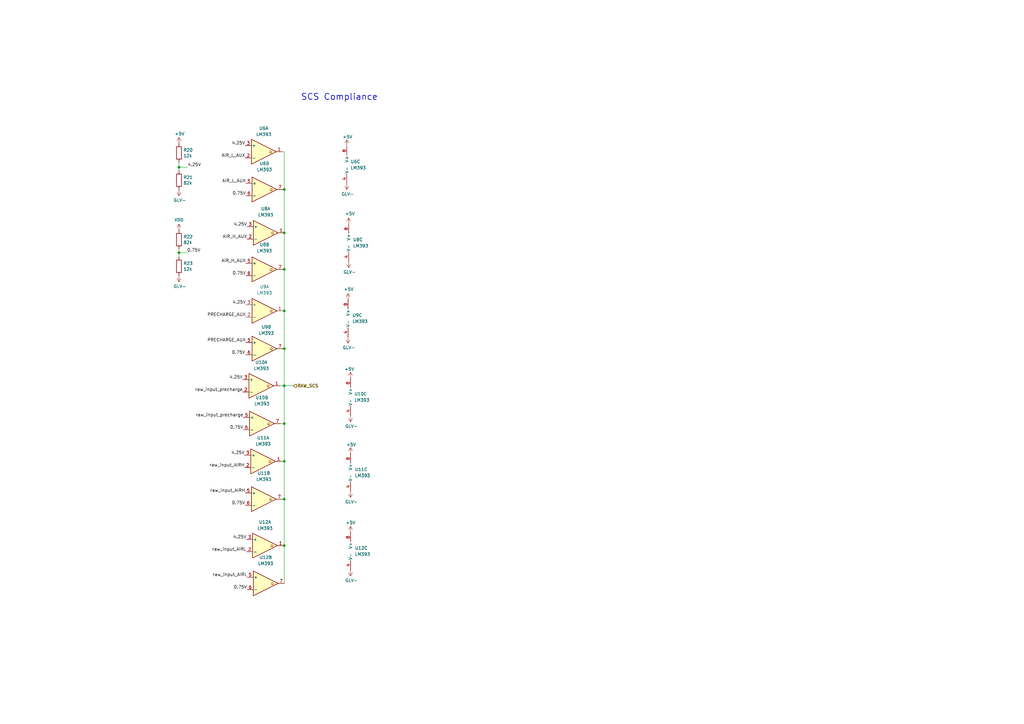
<source format=kicad_sch>
(kicad_sch
	(version 20250114)
	(generator "eeschema")
	(generator_version "9.0")
	(uuid "b9887ff0-1258-4808-aebc-de279852300b")
	(paper "A3")
	(lib_symbols
		(symbol "Comparator:LM393"
			(pin_names
				(offset 0.127)
			)
			(exclude_from_sim no)
			(in_bom yes)
			(on_board yes)
			(property "Reference" "U"
				(at 3.81 3.81 0)
				(effects
					(font
						(size 1.27 1.27)
					)
				)
			)
			(property "Value" "LM393"
				(at 6.35 -3.81 0)
				(effects
					(font
						(size 1.27 1.27)
					)
				)
			)
			(property "Footprint" ""
				(at 0 0 0)
				(effects
					(font
						(size 1.27 1.27)
					)
					(hide yes)
				)
			)
			(property "Datasheet" "http://www.ti.com/lit/ds/symlink/lm393.pdf"
				(at 0 0 0)
				(effects
					(font
						(size 1.27 1.27)
					)
					(hide yes)
				)
			)
			(property "Description" "Low-Power, Low-Offset Voltage, Dual Comparators, DIP-8/SOIC-8/TO-99-8"
				(at 0 0 0)
				(effects
					(font
						(size 1.27 1.27)
					)
					(hide yes)
				)
			)
			(property "ki_locked" ""
				(at 0 0 0)
				(effects
					(font
						(size 1.27 1.27)
					)
				)
			)
			(property "ki_keywords" "cmp open collector"
				(at 0 0 0)
				(effects
					(font
						(size 1.27 1.27)
					)
					(hide yes)
				)
			)
			(property "ki_fp_filters" "SOIC*3.9x4.9mm*P1.27mm* DIP*W7.62mm* SOP*5.28x5.23mm*P1.27mm* VSSOP*3x3mm*P0.65mm* TSSOP*4.4x3mm*P0.65mm*"
				(at 0 0 0)
				(effects
					(font
						(size 1.27 1.27)
					)
					(hide yes)
				)
			)
			(symbol "LM393_1_1"
				(polyline
					(pts
						(xy -5.08 5.08) (xy 5.08 0) (xy -5.08 -5.08) (xy -5.08 5.08)
					)
					(stroke
						(width 0.254)
						(type default)
					)
					(fill
						(type background)
					)
				)
				(polyline
					(pts
						(xy 3.302 -0.508) (xy 2.794 -0.508) (xy 3.302 0) (xy 2.794 0.508) (xy 2.286 0) (xy 2.794 -0.508)
						(xy 2.286 -0.508)
					)
					(stroke
						(width 0.127)
						(type default)
					)
					(fill
						(type none)
					)
				)
				(pin input line
					(at -7.62 2.54 0)
					(length 2.54)
					(name "+"
						(effects
							(font
								(size 1.27 1.27)
							)
						)
					)
					(number "3"
						(effects
							(font
								(size 1.27 1.27)
							)
						)
					)
				)
				(pin input line
					(at -7.62 -2.54 0)
					(length 2.54)
					(name "-"
						(effects
							(font
								(size 1.27 1.27)
							)
						)
					)
					(number "2"
						(effects
							(font
								(size 1.27 1.27)
							)
						)
					)
				)
				(pin open_collector line
					(at 7.62 0 180)
					(length 2.54)
					(name "~"
						(effects
							(font
								(size 1.27 1.27)
							)
						)
					)
					(number "1"
						(effects
							(font
								(size 1.27 1.27)
							)
						)
					)
				)
			)
			(symbol "LM393_2_1"
				(polyline
					(pts
						(xy -5.08 5.08) (xy 5.08 0) (xy -5.08 -5.08) (xy -5.08 5.08)
					)
					(stroke
						(width 0.254)
						(type default)
					)
					(fill
						(type background)
					)
				)
				(polyline
					(pts
						(xy 3.302 -0.508) (xy 2.794 -0.508) (xy 3.302 0) (xy 2.794 0.508) (xy 2.286 0) (xy 2.794 -0.508)
						(xy 2.286 -0.508)
					)
					(stroke
						(width 0.127)
						(type default)
					)
					(fill
						(type none)
					)
				)
				(pin input line
					(at -7.62 2.54 0)
					(length 2.54)
					(name "+"
						(effects
							(font
								(size 1.27 1.27)
							)
						)
					)
					(number "5"
						(effects
							(font
								(size 1.27 1.27)
							)
						)
					)
				)
				(pin input line
					(at -7.62 -2.54 0)
					(length 2.54)
					(name "-"
						(effects
							(font
								(size 1.27 1.27)
							)
						)
					)
					(number "6"
						(effects
							(font
								(size 1.27 1.27)
							)
						)
					)
				)
				(pin open_collector line
					(at 7.62 0 180)
					(length 2.54)
					(name "~"
						(effects
							(font
								(size 1.27 1.27)
							)
						)
					)
					(number "7"
						(effects
							(font
								(size 1.27 1.27)
							)
						)
					)
				)
			)
			(symbol "LM393_3_1"
				(pin power_in line
					(at -2.54 7.62 270)
					(length 3.81)
					(name "V+"
						(effects
							(font
								(size 1.27 1.27)
							)
						)
					)
					(number "8"
						(effects
							(font
								(size 1.27 1.27)
							)
						)
					)
				)
				(pin power_in line
					(at -2.54 -7.62 90)
					(length 3.81)
					(name "V-"
						(effects
							(font
								(size 1.27 1.27)
							)
						)
					)
					(number "4"
						(effects
							(font
								(size 1.27 1.27)
							)
						)
					)
				)
			)
			(embedded_fonts no)
		)
		(symbol "Device:R"
			(pin_numbers
				(hide yes)
			)
			(pin_names
				(offset 0)
			)
			(exclude_from_sim no)
			(in_bom yes)
			(on_board yes)
			(property "Reference" "R"
				(at 2.032 0 90)
				(effects
					(font
						(size 1.27 1.27)
					)
				)
			)
			(property "Value" "R"
				(at 0 0 90)
				(effects
					(font
						(size 1.27 1.27)
					)
				)
			)
			(property "Footprint" ""
				(at -1.778 0 90)
				(effects
					(font
						(size 1.27 1.27)
					)
					(hide yes)
				)
			)
			(property "Datasheet" "~"
				(at 0 0 0)
				(effects
					(font
						(size 1.27 1.27)
					)
					(hide yes)
				)
			)
			(property "Description" "Resistor"
				(at 0 0 0)
				(effects
					(font
						(size 1.27 1.27)
					)
					(hide yes)
				)
			)
			(property "ki_keywords" "R res resistor"
				(at 0 0 0)
				(effects
					(font
						(size 1.27 1.27)
					)
					(hide yes)
				)
			)
			(property "ki_fp_filters" "R_*"
				(at 0 0 0)
				(effects
					(font
						(size 1.27 1.27)
					)
					(hide yes)
				)
			)
			(symbol "R_0_1"
				(rectangle
					(start -1.016 -2.54)
					(end 1.016 2.54)
					(stroke
						(width 0.254)
						(type default)
					)
					(fill
						(type none)
					)
				)
			)
			(symbol "R_1_1"
				(pin passive line
					(at 0 3.81 270)
					(length 1.27)
					(name "~"
						(effects
							(font
								(size 1.27 1.27)
							)
						)
					)
					(number "1"
						(effects
							(font
								(size 1.27 1.27)
							)
						)
					)
				)
				(pin passive line
					(at 0 -3.81 90)
					(length 1.27)
					(name "~"
						(effects
							(font
								(size 1.27 1.27)
							)
						)
					)
					(number "2"
						(effects
							(font
								(size 1.27 1.27)
							)
						)
					)
				)
			)
			(embedded_fonts no)
		)
		(symbol "power-symbol-library:GLV-"
			(power)
			(pin_names
				(offset 0)
			)
			(exclude_from_sim no)
			(in_bom yes)
			(on_board yes)
			(property "Reference" "#PWR"
				(at 0 -3.81 0)
				(effects
					(font
						(size 1.27 1.27)
					)
					(hide yes)
				)
			)
			(property "Value" "GLV-"
				(at 0 3.81 0)
				(effects
					(font
						(size 1.27 1.27)
					)
				)
			)
			(property "Footprint" ""
				(at 0 0 0)
				(effects
					(font
						(size 1.27 1.27)
					)
					(hide yes)
				)
			)
			(property "Datasheet" ""
				(at 0 0 0)
				(effects
					(font
						(size 1.27 1.27)
					)
					(hide yes)
				)
			)
			(property "Description" ""
				(at 0 0 0)
				(effects
					(font
						(size 1.27 1.27)
					)
					(hide yes)
				)
			)
			(symbol "GLV-_0_1"
				(polyline
					(pts
						(xy -0.762 1.27) (xy 0 2.54)
					)
					(stroke
						(width 0)
						(type solid)
					)
					(fill
						(type none)
					)
				)
				(polyline
					(pts
						(xy 0 2.54) (xy 0.762 1.27)
					)
					(stroke
						(width 0)
						(type solid)
					)
					(fill
						(type none)
					)
				)
				(polyline
					(pts
						(xy 0 0) (xy 0 2.54)
					)
					(stroke
						(width 0)
						(type solid)
					)
					(fill
						(type none)
					)
				)
			)
			(symbol "GLV-_1_1"
				(pin power_in line
					(at 0 0 90)
					(length 0)
					(hide yes)
					(name "GLV-"
						(effects
							(font
								(size 1.27 1.27)
							)
						)
					)
					(number "1"
						(effects
							(font
								(size 1.27 1.27)
							)
						)
					)
				)
			)
			(embedded_fonts no)
		)
		(symbol "power:+5V"
			(power)
			(pin_numbers
				(hide yes)
			)
			(pin_names
				(offset 0)
				(hide yes)
			)
			(exclude_from_sim no)
			(in_bom yes)
			(on_board yes)
			(property "Reference" "#PWR"
				(at 0 -3.81 0)
				(effects
					(font
						(size 1.27 1.27)
					)
					(hide yes)
				)
			)
			(property "Value" "+5V"
				(at 0 3.556 0)
				(effects
					(font
						(size 1.27 1.27)
					)
				)
			)
			(property "Footprint" ""
				(at 0 0 0)
				(effects
					(font
						(size 1.27 1.27)
					)
					(hide yes)
				)
			)
			(property "Datasheet" ""
				(at 0 0 0)
				(effects
					(font
						(size 1.27 1.27)
					)
					(hide yes)
				)
			)
			(property "Description" "Power symbol creates a global label with name \"+5V\""
				(at 0 0 0)
				(effects
					(font
						(size 1.27 1.27)
					)
					(hide yes)
				)
			)
			(property "ki_keywords" "global power"
				(at 0 0 0)
				(effects
					(font
						(size 1.27 1.27)
					)
					(hide yes)
				)
			)
			(symbol "+5V_0_1"
				(polyline
					(pts
						(xy -0.762 1.27) (xy 0 2.54)
					)
					(stroke
						(width 0)
						(type default)
					)
					(fill
						(type none)
					)
				)
				(polyline
					(pts
						(xy 0 2.54) (xy 0.762 1.27)
					)
					(stroke
						(width 0)
						(type default)
					)
					(fill
						(type none)
					)
				)
				(polyline
					(pts
						(xy 0 0) (xy 0 2.54)
					)
					(stroke
						(width 0)
						(type default)
					)
					(fill
						(type none)
					)
				)
			)
			(symbol "+5V_1_1"
				(pin power_in line
					(at 0 0 90)
					(length 0)
					(name "~"
						(effects
							(font
								(size 1.27 1.27)
							)
						)
					)
					(number "1"
						(effects
							(font
								(size 1.27 1.27)
							)
						)
					)
				)
			)
			(embedded_fonts no)
		)
	)
	(text "SCS Compliance"
		(exclude_from_sim no)
		(at 139.192 39.878 0)
		(effects
			(font
				(size 2.54 2.54)
				(thickness 0.254)
				(bold yes)
			)
		)
		(uuid "75792a7e-07ee-4b99-9d24-ae1b019d3eb9")
	)
	(junction
		(at 116.586 158.242)
		(diameter 0)
		(color 0 0 0 0)
		(uuid "1bbf2d64-d0d5-4911-8602-fb58c6f723de")
	)
	(junction
		(at 116.586 189.23)
		(diameter 0)
		(color 0 0 0 0)
		(uuid "34be476d-12af-4672-ad28-77d4acd63f53")
	)
	(junction
		(at 116.586 127.508)
		(diameter 0)
		(color 0 0 0 0)
		(uuid "4a596be6-c133-4367-ade3-e72116e5fe0f")
	)
	(junction
		(at 116.586 95.504)
		(diameter 0)
		(color 0 0 0 0)
		(uuid "53111a73-0004-47fb-b104-5e98c11e363c")
	)
	(junction
		(at 73.406 68.58)
		(diameter 0)
		(color 0 0 0 0)
		(uuid "5b2b5d41-2b96-4187-9d7d-89c3e00cd024")
	)
	(junction
		(at 116.586 77.724)
		(diameter 0)
		(color 0 0 0 0)
		(uuid "6b9c9853-6084-4047-b149-3de75de81253")
	)
	(junction
		(at 116.586 173.736)
		(diameter 0)
		(color 0 0 0 0)
		(uuid "79473e49-3336-4fb2-bcde-5ac60b2c4d52")
	)
	(junction
		(at 116.586 223.774)
		(diameter 0)
		(color 0 0 0 0)
		(uuid "7efbefbe-97a4-4606-9e48-1a8d541afebf")
	)
	(junction
		(at 116.586 204.724)
		(diameter 0)
		(color 0 0 0 0)
		(uuid "bbbe4d9e-dfe2-407f-a920-70eb673ff001")
	)
	(junction
		(at 73.406 103.632)
		(diameter 0)
		(color 0 0 0 0)
		(uuid "ca81fa78-7c29-4a41-9885-eadcecb44d18")
	)
	(junction
		(at 116.586 143.002)
		(diameter 0)
		(color 0 0 0 0)
		(uuid "f2c93a47-bea7-4dc2-ad26-2a028c95a8b3")
	)
	(junction
		(at 116.586 110.49)
		(diameter 0)
		(color 0 0 0 0)
		(uuid "f7f180bf-7700-4a42-911c-ebb3d4f8d870")
	)
	(wire
		(pts
			(xy 73.406 102.108) (xy 73.406 103.632)
		)
		(stroke
			(width 0)
			(type default)
		)
		(uuid "1edfe990-5644-446f-908b-e4e460000a6e")
	)
	(wire
		(pts
			(xy 120.396 158.242) (xy 116.586 158.242)
		)
		(stroke
			(width 0)
			(type default)
		)
		(uuid "2ff785c2-c865-4bf5-b1a0-e1fbefba975b")
	)
	(wire
		(pts
			(xy 116.586 204.724) (xy 115.824 204.724)
		)
		(stroke
			(width 0)
			(type default)
		)
		(uuid "37774dd1-7013-488d-aef0-62c88f86a70f")
	)
	(wire
		(pts
			(xy 100.584 145.542) (xy 100.838 145.542)
		)
		(stroke
			(width 0)
			(type default)
		)
		(uuid "3f8a6645-de62-42c7-9523-633c9674bee6")
	)
	(wire
		(pts
			(xy 116.586 143.002) (xy 117.348 143.002)
		)
		(stroke
			(width 0)
			(type default)
		)
		(uuid "406c450e-178a-4843-810c-266965ea3a8f")
	)
	(wire
		(pts
			(xy 73.406 68.58) (xy 73.406 70.104)
		)
		(stroke
			(width 0)
			(type default)
		)
		(uuid "455a8b86-ea65-47ed-aa53-d2959b1d0318")
	)
	(wire
		(pts
			(xy 116.586 158.242) (xy 114.808 158.242)
		)
		(stroke
			(width 0)
			(type default)
		)
		(uuid "4930570f-875c-42ed-b4f1-a89097dbc05f")
	)
	(wire
		(pts
			(xy 116.586 189.23) (xy 115.57 189.23)
		)
		(stroke
			(width 0)
			(type default)
		)
		(uuid "629fb3d0-dec0-4693-b05d-595418084ac3")
	)
	(wire
		(pts
			(xy 116.586 77.724) (xy 116.078 77.724)
		)
		(stroke
			(width 0)
			(type default)
		)
		(uuid "66e0b076-4359-4319-acad-15f71c8b482e")
	)
	(wire
		(pts
			(xy 116.586 77.724) (xy 116.586 95.504)
		)
		(stroke
			(width 0)
			(type default)
		)
		(uuid "6c5c6182-adb4-4eea-ab01-c0d42454ab1d")
	)
	(wire
		(pts
			(xy 116.586 204.724) (xy 116.586 189.23)
		)
		(stroke
			(width 0)
			(type default)
		)
		(uuid "700d6457-f40d-4fe2-98c8-2fcf52180c29")
	)
	(wire
		(pts
			(xy 116.586 158.242) (xy 116.586 173.736)
		)
		(stroke
			(width 0)
			(type default)
		)
		(uuid "799f98d3-a588-42b4-8ae8-d4bafea730ec")
	)
	(wire
		(pts
			(xy 116.586 189.23) (xy 116.586 173.736)
		)
		(stroke
			(width 0)
			(type default)
		)
		(uuid "7b136c4e-d750-4ec3-b5b6-cfe252c20449")
	)
	(wire
		(pts
			(xy 116.586 223.774) (xy 116.586 204.724)
		)
		(stroke
			(width 0)
			(type default)
		)
		(uuid "8e650b4d-8fee-4ac3-aee3-45b8d96ed2b6")
	)
	(wire
		(pts
			(xy 116.586 143.256) (xy 116.586 158.242)
		)
		(stroke
			(width 0)
			(type default)
		)
		(uuid "8f114466-0cba-4eda-b2b6-34f3e1a0eeee")
	)
	(wire
		(pts
			(xy 115.062 173.736) (xy 116.586 173.736)
		)
		(stroke
			(width 0)
			(type default)
		)
		(uuid "9ddb35dd-0614-4d4e-918e-031858ef4491")
	)
	(wire
		(pts
			(xy 76.708 103.632) (xy 73.406 103.632)
		)
		(stroke
			(width 0)
			(type default)
		)
		(uuid "a34dabfa-4d25-4d11-ac47-c7d50115396c")
	)
	(wire
		(pts
			(xy 73.406 103.632) (xy 73.406 105.41)
		)
		(stroke
			(width 0)
			(type default)
		)
		(uuid "a8a8f17e-c7dc-469c-b88d-3259eddde180")
	)
	(wire
		(pts
			(xy 116.078 127.508) (xy 116.586 127.508)
		)
		(stroke
			(width 0)
			(type default)
		)
		(uuid "b4c58c5e-5e1f-4f6d-9f65-85d5cd5a9625")
	)
	(wire
		(pts
			(xy 116.586 110.49) (xy 116.586 127.508)
		)
		(stroke
			(width 0)
			(type default)
		)
		(uuid "c0dbde86-23b1-42ae-9f50-1ee31b8f2ced")
	)
	(wire
		(pts
			(xy 116.586 143.002) (xy 116.078 143.002)
		)
		(stroke
			(width 0)
			(type default)
		)
		(uuid "c1b79ed6-e22c-4f06-9f14-31eb7efad890")
	)
	(wire
		(pts
			(xy 116.586 110.49) (xy 116.586 95.504)
		)
		(stroke
			(width 0)
			(type default)
		)
		(uuid "c9563ec0-3f9c-4749-8f88-983afbfff886")
	)
	(wire
		(pts
			(xy 115.824 62.23) (xy 116.586 62.23)
		)
		(stroke
			(width 0)
			(type default)
		)
		(uuid "c9c01863-6db1-4d40-b4c0-3632af6c713c")
	)
	(wire
		(pts
			(xy 116.078 110.49) (xy 116.586 110.49)
		)
		(stroke
			(width 0)
			(type default)
		)
		(uuid "c9cb45de-4ce3-49e1-bee4-30a6c9e2fa66")
	)
	(wire
		(pts
			(xy 116.586 223.774) (xy 116.332 223.774)
		)
		(stroke
			(width 0)
			(type default)
		)
		(uuid "ca593055-ae67-42e0-b708-cc80da9300c9")
	)
	(wire
		(pts
			(xy 73.406 68.58) (xy 76.962 68.58)
		)
		(stroke
			(width 0)
			(type default)
		)
		(uuid "ccec7ef6-0d28-40a0-a288-04dae306b971")
	)
	(wire
		(pts
			(xy 116.586 239.268) (xy 116.586 223.774)
		)
		(stroke
			(width 0)
			(type default)
		)
		(uuid "ced26be8-b71c-4176-b298-b69712d98071")
	)
	(wire
		(pts
			(xy 73.406 66.548) (xy 73.406 68.58)
		)
		(stroke
			(width 0)
			(type default)
		)
		(uuid "d70ed7da-5719-49b7-968e-33e89e06f799")
	)
	(wire
		(pts
			(xy 116.586 127.508) (xy 116.586 143.002)
		)
		(stroke
			(width 0)
			(type default)
		)
		(uuid "dc65baa2-e894-4387-b63c-269ad46b42ab")
	)
	(wire
		(pts
			(xy 116.586 62.23) (xy 116.586 77.724)
		)
		(stroke
			(width 0)
			(type default)
		)
		(uuid "defa829f-4b44-4f9b-8c95-862f1e2c8d32")
	)
	(label "raw_input_precharge"
		(at 99.568 160.782 180)
		(effects
			(font
				(size 1.27 1.27)
			)
			(justify right bottom)
		)
		(uuid "1a13ceda-e64b-46f5-b6c5-a6e495a1ec05")
	)
	(label "raw_input_AIRL"
		(at 101.092 226.314 180)
		(effects
			(font
				(size 1.27 1.27)
			)
			(justify right bottom)
		)
		(uuid "2b583945-34e4-4eb3-9070-23fb7a3045b0")
	)
	(label "PRECHARGE_AUX"
		(at 100.838 140.462 180)
		(effects
			(font
				(size 1.27 1.27)
			)
			(justify right bottom)
		)
		(uuid "2f9fece3-de52-4116-860e-d2970c6742bf")
	)
	(label "0.75V"
		(at 76.708 103.632 0)
		(effects
			(font
				(size 1.27 1.27)
			)
			(justify left bottom)
		)
		(uuid "35cfd1fc-c33c-4c86-a4bf-7f3a06a53b22")
	)
	(label "0.75V"
		(at 100.584 145.542 180)
		(effects
			(font
				(size 1.27 1.27)
			)
			(justify right bottom)
		)
		(uuid "3dcf3483-c4d8-4c81-90c7-df045a269d7d")
	)
	(label "raw_input_AIRL"
		(at 101.346 236.728 180)
		(effects
			(font
				(size 1.27 1.27)
			)
			(justify right bottom)
		)
		(uuid "469f5b1b-ef55-4d38-82fe-124fa5209432")
	)
	(label "AIR_L_AUX"
		(at 100.584 64.77 180)
		(effects
			(font
				(size 1.27 1.27)
			)
			(justify right bottom)
		)
		(uuid "4b9e3793-6292-433c-96da-c24a853b25eb")
	)
	(label "0.75V"
		(at 99.822 176.276 180)
		(effects
			(font
				(size 1.27 1.27)
			)
			(justify right bottom)
		)
		(uuid "4de62063-5a93-44d2-9cd0-7766efcd4310")
	)
	(label "4.25V"
		(at 76.962 68.58 0)
		(effects
			(font
				(size 1.27 1.27)
			)
			(justify left bottom)
		)
		(uuid "4e4037b7-aa52-474a-bd46-8c77e6041761")
	)
	(label "AIR_L_AUX"
		(at 100.838 75.184 180)
		(effects
			(font
				(size 1.27 1.27)
			)
			(justify right bottom)
		)
		(uuid "6fac0fff-63d8-4832-a5df-b6ba93fd03b2")
	)
	(label "4.25V"
		(at 99.568 155.702 180)
		(effects
			(font
				(size 1.27 1.27)
			)
			(justify right bottom)
		)
		(uuid "89a49525-1b66-489a-b828-527feb2a4634")
	)
	(label "0.75V"
		(at 101.346 241.808 180)
		(effects
			(font
				(size 1.27 1.27)
			)
			(justify right bottom)
		)
		(uuid "9ab8d508-cee7-4f6e-8b39-ccf0d470bbe9")
	)
	(label "0.75V"
		(at 100.838 80.264 180)
		(effects
			(font
				(size 1.27 1.27)
			)
			(justify right bottom)
		)
		(uuid "9f684d8a-8ddd-440d-b403-b8c2c3b8a4fc")
	)
	(label "0.75V"
		(at 100.584 207.264 180)
		(effects
			(font
				(size 1.27 1.27)
			)
			(justify right bottom)
		)
		(uuid "a5aa93a5-59bd-4230-8f8b-90a1bdffc249")
	)
	(label "4.25V"
		(at 100.584 59.69 180)
		(effects
			(font
				(size 1.27 1.27)
			)
			(justify right bottom)
		)
		(uuid "b78989f2-61aa-441b-bfeb-d06307e8ec98")
	)
	(label "4.25V"
		(at 101.092 221.234 180)
		(effects
			(font
				(size 1.27 1.27)
			)
			(justify right bottom)
		)
		(uuid "c0db0f8c-14d7-40d0-b22c-ef1425dc4cb8")
	)
	(label "raw_input_AIRH"
		(at 100.584 202.184 180)
		(effects
			(font
				(size 1.27 1.27)
			)
			(justify right bottom)
		)
		(uuid "c5f9e8af-ecda-4585-aaf5-89d8700cae0a")
	)
	(label "4.25V"
		(at 100.33 186.69 180)
		(effects
			(font
				(size 1.27 1.27)
			)
			(justify right bottom)
		)
		(uuid "c9757bba-d7a0-4dec-833c-228523d11281")
	)
	(label "raw_input_precharge"
		(at 99.822 171.196 180)
		(effects
			(font
				(size 1.27 1.27)
			)
			(justify right bottom)
		)
		(uuid "d60f4d17-9969-41e9-9efc-1f560b30f02d")
	)
	(label "PRECHARGE_AUX"
		(at 100.838 130.048 180)
		(effects
			(font
				(size 1.27 1.27)
			)
			(justify right bottom)
		)
		(uuid "d6102383-d043-45e1-8fed-bb567c966f36")
	)
	(label "0.75V"
		(at 100.838 113.03 180)
		(effects
			(font
				(size 1.27 1.27)
			)
			(justify right bottom)
		)
		(uuid "d79b32f9-9653-498c-849f-5d695f5204a9")
	)
	(label "4.25V"
		(at 101.346 92.964 180)
		(effects
			(font
				(size 1.27 1.27)
			)
			(justify right bottom)
		)
		(uuid "db6f4caa-e4a2-4061-9115-c021b18a5f2b")
	)
	(label "raw_input_AIRH"
		(at 100.33 191.77 180)
		(effects
			(font
				(size 1.27 1.27)
			)
			(justify right bottom)
		)
		(uuid "dc04dea0-ca05-4dde-bedb-ce03a1ac9bd9")
	)
	(label "AIR_H_AUX"
		(at 100.838 107.95 180)
		(effects
			(font
				(size 1.27 1.27)
			)
			(justify right bottom)
		)
		(uuid "e3bff9ae-4010-4a50-99ba-63a87c922d5d")
	)
	(label "AIR_H_AUX"
		(at 101.346 98.044 180)
		(effects
			(font
				(size 1.27 1.27)
			)
			(justify right bottom)
		)
		(uuid "e7f7589a-79d0-45fa-ad2f-d3bc168e370c")
	)
	(label "4.25V"
		(at 100.838 124.968 180)
		(effects
			(font
				(size 1.27 1.27)
			)
			(justify right bottom)
		)
		(uuid "f3e76c0b-cb67-4619-8641-d43dc44b1586")
	)
	(hierarchical_label "RAW_SCS"
		(shape input)
		(at 120.396 158.242 0)
		(effects
			(font
				(size 1.27 1.27)
				(thickness 0.254)
				(bold yes)
			)
			(justify left)
		)
		(uuid "6f58918b-dad2-4554-9842-a2be3adaf23b")
	)
	(symbol
		(lib_id "Comparator:LM393")
		(at 108.458 77.724 0)
		(unit 2)
		(exclude_from_sim no)
		(in_bom yes)
		(on_board yes)
		(dnp no)
		(fields_autoplaced yes)
		(uuid "00386cb9-b1fa-467c-999e-66e01874716c")
		(property "Reference" "U6"
			(at 108.458 67.056 0)
			(effects
				(font
					(size 1.27 1.27)
				)
			)
		)
		(property "Value" "LM393"
			(at 108.458 69.596 0)
			(effects
				(font
					(size 1.27 1.27)
				)
			)
		)
		(property "Footprint" "RMC_SO:SOIC-8_3.9x4.9mm_P1.27mm_RMC_Handsolder"
			(at 108.458 77.724 0)
			(effects
				(font
					(size 1.27 1.27)
				)
				(hide yes)
			)
		)
		(property "Datasheet" "http://www.ti.com/lit/ds/symlink/lm393.pdf"
			(at 108.458 77.724 0)
			(effects
				(font
					(size 1.27 1.27)
				)
				(hide yes)
			)
		)
		(property "Description" "Low-Power, Low-Offset Voltage, Dual Comparators, DIP-8/SOIC-8/TO-99-8"
			(at 108.458 77.724 0)
			(effects
				(font
					(size 1.27 1.27)
				)
				(hide yes)
			)
		)
		(pin "6"
			(uuid "195980d7-c387-4497-9811-25b0de625af7")
		)
		(pin "8"
			(uuid "e279894a-8877-45c9-91c1-044a58f9bfc7")
		)
		(pin "2"
			(uuid "aa2e84db-ccf3-49ff-a927-a86bd91a7bcb")
		)
		(pin "7"
			(uuid "646dc61d-cbac-41a8-be27-b0f1ffad0d26")
		)
		(pin "4"
			(uuid "0a15dfae-54a4-4d2a-ac54-f0ba5e7d8635")
		)
		(pin "1"
			(uuid "d8637c21-2c1b-4acc-a49a-f1ef216c11f5")
		)
		(pin "3"
			(uuid "7dedf4d1-2d66-4e32-8e99-3476eb44c87d")
		)
		(pin "5"
			(uuid "56487d72-7213-4be4-b14e-68a6d8e4007a")
		)
		(instances
			(project "TSAL_G_V4_2"
				(path "/85dd7182-b71e-445a-95f4-dedd1af3b46e/69ebfae7-19de-4add-88e6-4e22da4e3f13"
					(reference "U6")
					(unit 2)
				)
			)
		)
	)
	(symbol
		(lib_id "Comparator:LM393")
		(at 145.542 99.568 0)
		(unit 3)
		(exclude_from_sim no)
		(in_bom yes)
		(on_board yes)
		(dnp no)
		(fields_autoplaced yes)
		(uuid "0d83cd31-f5fe-44d5-bda2-f4daf2d33991")
		(property "Reference" "U8"
			(at 144.78 98.2979 0)
			(effects
				(font
					(size 1.27 1.27)
				)
				(justify left)
			)
		)
		(property "Value" "LM393"
			(at 144.78 100.8379 0)
			(effects
				(font
					(size 1.27 1.27)
				)
				(justify left)
			)
		)
		(property "Footprint" "RMC_SO:SOIC-8_3.9x4.9mm_P1.27mm_RMC_Handsolder"
			(at 145.542 99.568 0)
			(effects
				(font
					(size 1.27 1.27)
				)
				(hide yes)
			)
		)
		(property "Datasheet" "http://www.ti.com/lit/ds/symlink/lm393.pdf"
			(at 145.542 99.568 0)
			(effects
				(font
					(size 1.27 1.27)
				)
				(hide yes)
			)
		)
		(property "Description" "Low-Power, Low-Offset Voltage, Dual Comparators, DIP-8/SOIC-8/TO-99-8"
			(at 145.542 99.568 0)
			(effects
				(font
					(size 1.27 1.27)
				)
				(hide yes)
			)
		)
		(pin "6"
			(uuid "195980d7-c387-4497-9811-25b0de625b02")
		)
		(pin "8"
			(uuid "eeddc959-b0b2-4b7b-bdce-19def0d258fd")
		)
		(pin "2"
			(uuid "619c5be2-6c28-4e14-9a67-6a56d9ce12b3")
		)
		(pin "7"
			(uuid "646dc61d-cbac-41a8-be27-b0f1ffad0d31")
		)
		(pin "4"
			(uuid "1aac123a-c0d7-42a2-8e00-6b621009c745")
		)
		(pin "1"
			(uuid "5ad36779-00ae-48dd-b4ef-3112c7ee32f9")
		)
		(pin "3"
			(uuid "85a1c760-b448-4fc2-9f27-b4d3023d913d")
		)
		(pin "5"
			(uuid "56487d72-7213-4be4-b14e-68a6d8e40085")
		)
		(instances
			(project "TSAL_G_V4_2"
				(path "/85dd7182-b71e-445a-95f4-dedd1af3b46e/69ebfae7-19de-4add-88e6-4e22da4e3f13"
					(reference "U8")
					(unit 3)
				)
			)
		)
	)
	(symbol
		(lib_id "power-symbol-library:GLV-")
		(at 143.764 233.68 0)
		(mirror x)
		(unit 1)
		(exclude_from_sim no)
		(in_bom yes)
		(on_board yes)
		(dnp no)
		(uuid "106cab5f-ab5c-4327-bf19-9a9cfc504177")
		(property "Reference" "#PWR056"
			(at 143.764 229.87 0)
			(effects
				(font
					(size 1.27 1.27)
				)
				(hide yes)
			)
		)
		(property "Value" "GLV-"
			(at 144.145 238.0742 0)
			(effects
				(font
					(size 1.27 1.27)
				)
			)
		)
		(property "Footprint" ""
			(at 143.764 233.68 0)
			(effects
				(font
					(size 1.27 1.27)
				)
				(hide yes)
			)
		)
		(property "Datasheet" ""
			(at 143.764 233.68 0)
			(effects
				(font
					(size 1.27 1.27)
				)
				(hide yes)
			)
		)
		(property "Description" ""
			(at 143.764 233.68 0)
			(effects
				(font
					(size 1.27 1.27)
				)
				(hide yes)
			)
		)
		(pin "1"
			(uuid "f13accdf-8d60-49a4-b57c-9894a949b915")
		)
		(instances
			(project "TSAL_G_V4_2"
				(path "/85dd7182-b71e-445a-95f4-dedd1af3b46e/69ebfae7-19de-4add-88e6-4e22da4e3f13"
					(reference "#PWR056")
					(unit 1)
				)
			)
		)
	)
	(symbol
		(lib_id "power-symbol-library:GLV-")
		(at 142.24 75.184 0)
		(mirror x)
		(unit 1)
		(exclude_from_sim no)
		(in_bom yes)
		(on_board yes)
		(dnp no)
		(uuid "17cfe055-aa4c-43e5-9322-a925bc4a5af1")
		(property "Reference" "#PWR046"
			(at 142.24 71.374 0)
			(effects
				(font
					(size 1.27 1.27)
				)
				(hide yes)
			)
		)
		(property "Value" "GLV-"
			(at 142.621 79.5782 0)
			(effects
				(font
					(size 1.27 1.27)
				)
			)
		)
		(property "Footprint" ""
			(at 142.24 75.184 0)
			(effects
				(font
					(size 1.27 1.27)
				)
				(hide yes)
			)
		)
		(property "Datasheet" ""
			(at 142.24 75.184 0)
			(effects
				(font
					(size 1.27 1.27)
				)
				(hide yes)
			)
		)
		(property "Description" ""
			(at 142.24 75.184 0)
			(effects
				(font
					(size 1.27 1.27)
				)
				(hide yes)
			)
		)
		(pin "1"
			(uuid "37c3c32b-b13d-4e51-9ace-f717975ac95b")
		)
		(instances
			(project "TSAL_G_V4_2"
				(path "/85dd7182-b71e-445a-95f4-dedd1af3b46e/69ebfae7-19de-4add-88e6-4e22da4e3f13"
					(reference "#PWR046")
					(unit 1)
				)
			)
		)
	)
	(symbol
		(lib_id "Device:R")
		(at 73.406 73.914 0)
		(unit 1)
		(exclude_from_sim no)
		(in_bom yes)
		(on_board yes)
		(dnp no)
		(uuid "1a43e502-51da-4543-b69a-11d09af4be8f")
		(property "Reference" "R21"
			(at 75.184 72.7456 0)
			(effects
				(font
					(size 1.27 1.27)
				)
				(justify left)
			)
		)
		(property "Value" "82k"
			(at 75.184 75.057 0)
			(effects
				(font
					(size 1.27 1.27)
				)
				(justify left)
			)
		)
		(property "Footprint" "RMC_Resistor:R_0805_2012Metric_Pad1.20x1.40mm_HandSolder_L"
			(at 71.628 73.914 90)
			(effects
				(font
					(size 1.27 1.27)
				)
				(hide yes)
			)
		)
		(property "Datasheet" "~"
			(at 73.406 73.914 0)
			(effects
				(font
					(size 1.27 1.27)
				)
				(hide yes)
			)
		)
		(property "Description" ""
			(at 73.406 73.914 0)
			(effects
				(font
					(size 1.27 1.27)
				)
				(hide yes)
			)
		)
		(pin "2"
			(uuid "414521b7-c139-41b5-8639-61f9f058e377")
		)
		(pin "1"
			(uuid "71778492-5a88-4a77-8108-aee8c482b7c0")
		)
		(instances
			(project "TSAL_G_V4_2"
				(path "/85dd7182-b71e-445a-95f4-dedd1af3b46e/69ebfae7-19de-4add-88e6-4e22da4e3f13"
					(reference "R21")
					(unit 1)
				)
			)
		)
	)
	(symbol
		(lib_id "power:+5V")
		(at 143.764 218.44 0)
		(unit 1)
		(exclude_from_sim no)
		(in_bom yes)
		(on_board yes)
		(dnp no)
		(uuid "1d49a2bf-892a-4201-8378-188a3e5eb616")
		(property "Reference" "#PWR055"
			(at 143.764 222.25 0)
			(effects
				(font
					(size 1.27 1.27)
				)
				(hide yes)
			)
		)
		(property "Value" "+5V"
			(at 141.732 214.376 0)
			(effects
				(font
					(size 1.27 1.27)
				)
				(justify left)
			)
		)
		(property "Footprint" ""
			(at 143.764 218.44 0)
			(effects
				(font
					(size 1.27 1.27)
				)
				(hide yes)
			)
		)
		(property "Datasheet" ""
			(at 143.764 218.44 0)
			(effects
				(font
					(size 1.27 1.27)
				)
				(hide yes)
			)
		)
		(property "Description" ""
			(at 143.764 218.44 0)
			(effects
				(font
					(size 1.27 1.27)
				)
			)
		)
		(pin "1"
			(uuid "5310955c-4b5d-486e-92ec-82302b0d9e83")
		)
		(instances
			(project "TSAL_G_V4_2"
				(path "/85dd7182-b71e-445a-95f4-dedd1af3b46e/69ebfae7-19de-4add-88e6-4e22da4e3f13"
					(reference "#PWR055")
					(unit 1)
				)
			)
		)
	)
	(symbol
		(lib_id "power-symbol-library:GLV-")
		(at 73.406 77.724 0)
		(mirror x)
		(unit 1)
		(exclude_from_sim no)
		(in_bom yes)
		(on_board yes)
		(dnp no)
		(uuid "2102ceaa-2831-4b84-a688-120c1aa5bd2d")
		(property "Reference" "#PWR012"
			(at 73.406 73.914 0)
			(effects
				(font
					(size 1.27 1.27)
				)
				(hide yes)
			)
		)
		(property "Value" "GLV-"
			(at 73.787 82.1182 0)
			(effects
				(font
					(size 1.27 1.27)
				)
			)
		)
		(property "Footprint" ""
			(at 73.406 77.724 0)
			(effects
				(font
					(size 1.27 1.27)
				)
				(hide yes)
			)
		)
		(property "Datasheet" ""
			(at 73.406 77.724 0)
			(effects
				(font
					(size 1.27 1.27)
				)
				(hide yes)
			)
		)
		(property "Description" ""
			(at 73.406 77.724 0)
			(effects
				(font
					(size 1.27 1.27)
				)
				(hide yes)
			)
		)
		(pin "1"
			(uuid "c9a6b156-c6e7-4828-9f70-c02d00abfa67")
		)
		(instances
			(project "TSAL_G_V4_2"
				(path "/85dd7182-b71e-445a-95f4-dedd1af3b46e/69ebfae7-19de-4add-88e6-4e22da4e3f13"
					(reference "#PWR012")
					(unit 1)
				)
			)
		)
	)
	(symbol
		(lib_id "Comparator:LM393")
		(at 107.442 173.736 0)
		(unit 2)
		(exclude_from_sim no)
		(in_bom yes)
		(on_board yes)
		(dnp no)
		(fields_autoplaced yes)
		(uuid "39a32190-95ed-482a-8e64-e0f506cbdeb9")
		(property "Reference" "U10"
			(at 107.442 163.068 0)
			(effects
				(font
					(size 1.27 1.27)
				)
			)
		)
		(property "Value" "LM393"
			(at 107.442 165.608 0)
			(effects
				(font
					(size 1.27 1.27)
				)
			)
		)
		(property "Footprint" "RMC_SO:SOIC-8_3.9x4.9mm_P1.27mm_RMC_Handsolder"
			(at 107.442 173.736 0)
			(effects
				(font
					(size 1.27 1.27)
				)
				(hide yes)
			)
		)
		(property "Datasheet" "http://www.ti.com/lit/ds/symlink/lm393.pdf"
			(at 107.442 173.736 0)
			(effects
				(font
					(size 1.27 1.27)
				)
				(hide yes)
			)
		)
		(property "Description" "Low-Power, Low-Offset Voltage, Dual Comparators, DIP-8/SOIC-8/TO-99-8"
			(at 107.442 173.736 0)
			(effects
				(font
					(size 1.27 1.27)
				)
				(hide yes)
			)
		)
		(pin "6"
			(uuid "89bd72c5-ec86-4b40-868a-7e3232480556")
		)
		(pin "8"
			(uuid "e279894a-8877-45c9-91c1-044a58f9bfc8")
		)
		(pin "2"
			(uuid "aa2e84db-ccf3-49ff-a927-a86bd91a7bcc")
		)
		(pin "7"
			(uuid "6e479fae-d092-46d3-966d-280e7e80af8c")
		)
		(pin "4"
			(uuid "0a15dfae-54a4-4d2a-ac54-f0ba5e7d8636")
		)
		(pin "1"
			(uuid "d8637c21-2c1b-4acc-a49a-f1ef216c11f6")
		)
		(pin "3"
			(uuid "7dedf4d1-2d66-4e32-8e99-3476eb44c87e")
		)
		(pin "5"
			(uuid "e7c74c36-87da-4e2b-bec3-5e003eb2123e")
		)
		(instances
			(project "TSAL_G_V4_2"
				(path "/85dd7182-b71e-445a-95f4-dedd1af3b46e/69ebfae7-19de-4add-88e6-4e22da4e3f13"
					(reference "U10")
					(unit 2)
				)
			)
		)
	)
	(symbol
		(lib_id "power-symbol-library:GLV-")
		(at 73.406 113.03 0)
		(mirror x)
		(unit 1)
		(exclude_from_sim no)
		(in_bom yes)
		(on_board yes)
		(dnp no)
		(uuid "3f256bd0-682b-41d9-8a89-bb6d41faed8b")
		(property "Reference" "#PWR031"
			(at 73.406 109.22 0)
			(effects
				(font
					(size 1.27 1.27)
				)
				(hide yes)
			)
		)
		(property "Value" "GLV-"
			(at 73.787 117.4242 0)
			(effects
				(font
					(size 1.27 1.27)
				)
			)
		)
		(property "Footprint" ""
			(at 73.406 113.03 0)
			(effects
				(font
					(size 1.27 1.27)
				)
				(hide yes)
			)
		)
		(property "Datasheet" ""
			(at 73.406 113.03 0)
			(effects
				(font
					(size 1.27 1.27)
				)
				(hide yes)
			)
		)
		(property "Description" ""
			(at 73.406 113.03 0)
			(effects
				(font
					(size 1.27 1.27)
				)
				(hide yes)
			)
		)
		(pin "1"
			(uuid "67de24bf-f469-49d1-9bd8-eb89d67714c3")
		)
		(instances
			(project "TSAL_G_V4_2"
				(path "/85dd7182-b71e-445a-95f4-dedd1af3b46e/69ebfae7-19de-4add-88e6-4e22da4e3f13"
					(reference "#PWR031")
					(unit 1)
				)
			)
		)
	)
	(symbol
		(lib_id "Device:R")
		(at 73.406 62.738 0)
		(unit 1)
		(exclude_from_sim no)
		(in_bom yes)
		(on_board yes)
		(dnp no)
		(uuid "45615a58-abfb-4eb3-b670-6d42e9ac9bf5")
		(property "Reference" "R20"
			(at 75.184 61.5696 0)
			(effects
				(font
					(size 1.27 1.27)
				)
				(justify left)
			)
		)
		(property "Value" "12k"
			(at 75.184 63.881 0)
			(effects
				(font
					(size 1.27 1.27)
				)
				(justify left)
			)
		)
		(property "Footprint" "RMC_Resistor:R_0805_2012Metric_Pad1.20x1.40mm_HandSolder_L"
			(at 71.628 62.738 90)
			(effects
				(font
					(size 1.27 1.27)
				)
				(hide yes)
			)
		)
		(property "Datasheet" "~"
			(at 73.406 62.738 0)
			(effects
				(font
					(size 1.27 1.27)
				)
				(hide yes)
			)
		)
		(property "Description" ""
			(at 73.406 62.738 0)
			(effects
				(font
					(size 1.27 1.27)
				)
				(hide yes)
			)
		)
		(pin "2"
			(uuid "b9a8b0e0-e7ea-4e02-8930-db6ca528a7fb")
		)
		(pin "1"
			(uuid "ebad3388-8311-4617-b1ed-d4d66fffdbfa")
		)
		(instances
			(project "TSAL_G_V4_2"
				(path "/85dd7182-b71e-445a-95f4-dedd1af3b46e/69ebfae7-19de-4add-88e6-4e22da4e3f13"
					(reference "R20")
					(unit 1)
				)
			)
		)
	)
	(symbol
		(lib_id "Comparator:LM393")
		(at 108.458 110.49 0)
		(unit 2)
		(exclude_from_sim no)
		(in_bom yes)
		(on_board yes)
		(dnp no)
		(fields_autoplaced yes)
		(uuid "49016354-8c21-4dac-a68d-d7d44719c3d9")
		(property "Reference" "U8"
			(at 108.458 100.33 0)
			(effects
				(font
					(size 1.27 1.27)
				)
			)
		)
		(property "Value" "LM393"
			(at 108.458 102.87 0)
			(effects
				(font
					(size 1.27 1.27)
				)
			)
		)
		(property "Footprint" "RMC_SO:SOIC-8_3.9x4.9mm_P1.27mm_RMC_Handsolder"
			(at 108.458 110.49 0)
			(effects
				(font
					(size 1.27 1.27)
				)
				(hide yes)
			)
		)
		(property "Datasheet" "http://www.ti.com/lit/ds/symlink/lm393.pdf"
			(at 108.458 110.49 0)
			(effects
				(font
					(size 1.27 1.27)
				)
				(hide yes)
			)
		)
		(property "Description" "Low-Power, Low-Offset Voltage, Dual Comparators, DIP-8/SOIC-8/TO-99-8"
			(at 108.458 110.49 0)
			(effects
				(font
					(size 1.27 1.27)
				)
				(hide yes)
			)
		)
		(pin "6"
			(uuid "64559c2f-8444-4155-a274-27d25f802815")
		)
		(pin "8"
			(uuid "e279894a-8877-45c9-91c1-044a58f9bfce")
		)
		(pin "2"
			(uuid "5740a8f7-a9f5-4f7b-81a7-4adbdf34391c")
		)
		(pin "7"
			(uuid "d109b692-ae8a-4e7a-8a97-59a95b75cfd4")
		)
		(pin "4"
			(uuid "0a15dfae-54a4-4d2a-ac54-f0ba5e7d863c")
		)
		(pin "1"
			(uuid "3b8469e2-ce75-43ba-82c7-c21330ccb274")
		)
		(pin "3"
			(uuid "399cef1d-9100-40b3-8e4e-9be678d05b3c")
		)
		(pin "5"
			(uuid "f22430a7-f944-48da-b883-37233dd288c1")
		)
		(instances
			(project "TSAL_G_V4_2"
				(path "/85dd7182-b71e-445a-95f4-dedd1af3b46e/69ebfae7-19de-4add-88e6-4e22da4e3f13"
					(reference "U8")
					(unit 2)
				)
			)
		)
	)
	(symbol
		(lib_id "Comparator:LM393")
		(at 107.188 158.242 0)
		(unit 1)
		(exclude_from_sim no)
		(in_bom yes)
		(on_board yes)
		(dnp no)
		(fields_autoplaced yes)
		(uuid "4ccbdd68-b4ed-4a11-a4bb-b3907db87fda")
		(property "Reference" "U10"
			(at 107.188 148.59 0)
			(effects
				(font
					(size 1.27 1.27)
				)
			)
		)
		(property "Value" "LM393"
			(at 107.188 151.13 0)
			(effects
				(font
					(size 1.27 1.27)
				)
			)
		)
		(property "Footprint" "RMC_SO:SOIC-8_3.9x4.9mm_P1.27mm_RMC_Handsolder"
			(at 107.188 158.242 0)
			(effects
				(font
					(size 1.27 1.27)
				)
				(hide yes)
			)
		)
		(property "Datasheet" "http://www.ti.com/lit/ds/symlink/lm393.pdf"
			(at 107.188 158.242 0)
			(effects
				(font
					(size 1.27 1.27)
				)
				(hide yes)
			)
		)
		(property "Description" "Low-Power, Low-Offset Voltage, Dual Comparators, DIP-8/SOIC-8/TO-99-8"
			(at 107.188 158.242 0)
			(effects
				(font
					(size 1.27 1.27)
				)
				(hide yes)
			)
		)
		(pin "6"
			(uuid "195980d7-c387-4497-9811-25b0de625afd")
		)
		(pin "8"
			(uuid "e279894a-8877-45c9-91c1-044a58f9bfcc")
		)
		(pin "2"
			(uuid "c24fdab8-a34b-428b-a22b-835dfefe4720")
		)
		(pin "7"
			(uuid "646dc61d-cbac-41a8-be27-b0f1ffad0d2c")
		)
		(pin "4"
			(uuid "0a15dfae-54a4-4d2a-ac54-f0ba5e7d863a")
		)
		(pin "1"
			(uuid "f083ea54-d248-4148-acae-e97b640ede8a")
		)
		(pin "3"
			(uuid "73b8e785-5a66-433f-a075-d485ac590c74")
		)
		(pin "5"
			(uuid "56487d72-7213-4be4-b14e-68a6d8e40080")
		)
		(instances
			(project "TSAL_G_V4_2"
				(path "/85dd7182-b71e-445a-95f4-dedd1af3b46e/69ebfae7-19de-4add-88e6-4e22da4e3f13"
					(reference "U10")
					(unit 1)
				)
			)
		)
	)
	(symbol
		(lib_id "Comparator:LM393")
		(at 146.304 162.814 0)
		(unit 3)
		(exclude_from_sim no)
		(in_bom yes)
		(on_board yes)
		(dnp no)
		(fields_autoplaced yes)
		(uuid "5844fea3-39a8-4970-9319-c7a9976ebfd1")
		(property "Reference" "U10"
			(at 145.288 161.5439 0)
			(effects
				(font
					(size 1.27 1.27)
				)
				(justify left)
			)
		)
		(property "Value" "LM393"
			(at 145.288 164.0839 0)
			(effects
				(font
					(size 1.27 1.27)
				)
				(justify left)
			)
		)
		(property "Footprint" "RMC_SO:SOIC-8_3.9x4.9mm_P1.27mm_RMC_Handsolder"
			(at 146.304 162.814 0)
			(effects
				(font
					(size 1.27 1.27)
				)
				(hide yes)
			)
		)
		(property "Datasheet" "http://www.ti.com/lit/ds/symlink/lm393.pdf"
			(at 146.304 162.814 0)
			(effects
				(font
					(size 1.27 1.27)
				)
				(hide yes)
			)
		)
		(property "Description" "Low-Power, Low-Offset Voltage, Dual Comparators, DIP-8/SOIC-8/TO-99-8"
			(at 146.304 162.814 0)
			(effects
				(font
					(size 1.27 1.27)
				)
				(hide yes)
			)
		)
		(pin "6"
			(uuid "195980d7-c387-4497-9811-25b0de625afa")
		)
		(pin "8"
			(uuid "4d84e84a-b618-4ea3-bbd7-adc953c2474c")
		)
		(pin "2"
			(uuid "6088fe46-276f-4f40-9ea9-b7a366fe7c8f")
		)
		(pin "7"
			(uuid "646dc61d-cbac-41a8-be27-b0f1ffad0d29")
		)
		(pin "4"
			(uuid "1fa26948-1817-4db3-a53c-7af36c3d6813")
		)
		(pin "1"
			(uuid "3bfc4c9e-38a5-475e-af5c-b63bda5de054")
		)
		(pin "3"
			(uuid "3dfe18e8-66e3-4865-931e-8dcb3eba4391")
		)
		(pin "5"
			(uuid "56487d72-7213-4be4-b14e-68a6d8e4007d")
		)
		(instances
			(project "TSAL_G_V4_2"
				(path "/85dd7182-b71e-445a-95f4-dedd1af3b46e/69ebfae7-19de-4add-88e6-4e22da4e3f13"
					(reference "U10")
					(unit 3)
				)
			)
		)
	)
	(symbol
		(lib_id "power-symbol-library:GLV-")
		(at 143.002 107.188 0)
		(mirror x)
		(unit 1)
		(exclude_from_sim no)
		(in_bom yes)
		(on_board yes)
		(dnp no)
		(uuid "6109c644-41f2-4d7c-9bcf-887c97384fb0")
		(property "Reference" "#PWR047"
			(at 143.002 103.378 0)
			(effects
				(font
					(size 1.27 1.27)
				)
				(hide yes)
			)
		)
		(property "Value" "GLV-"
			(at 143.383 111.5822 0)
			(effects
				(font
					(size 1.27 1.27)
				)
			)
		)
		(property "Footprint" ""
			(at 143.002 107.188 0)
			(effects
				(font
					(size 1.27 1.27)
				)
				(hide yes)
			)
		)
		(property "Datasheet" ""
			(at 143.002 107.188 0)
			(effects
				(font
					(size 1.27 1.27)
				)
				(hide yes)
			)
		)
		(property "Description" ""
			(at 143.002 107.188 0)
			(effects
				(font
					(size 1.27 1.27)
				)
				(hide yes)
			)
		)
		(pin "1"
			(uuid "9a50e2ac-fd2e-45f4-aee1-b998fd9dc74f")
		)
		(instances
			(project "TSAL_G_V4_2"
				(path "/85dd7182-b71e-445a-95f4-dedd1af3b46e/69ebfae7-19de-4add-88e6-4e22da4e3f13"
					(reference "#PWR047")
					(unit 1)
				)
			)
		)
	)
	(symbol
		(lib_id "Comparator:LM393")
		(at 108.966 239.268 0)
		(unit 2)
		(exclude_from_sim no)
		(in_bom yes)
		(on_board yes)
		(dnp no)
		(fields_autoplaced yes)
		(uuid "6da89ef4-d966-4b7f-820e-725022567e59")
		(property "Reference" "U12"
			(at 108.966 228.6 0)
			(effects
				(font
					(size 1.27 1.27)
				)
			)
		)
		(property "Value" "LM393"
			(at 108.966 231.14 0)
			(effects
				(font
					(size 1.27 1.27)
				)
			)
		)
		(property "Footprint" "RMC_SO:SOIC-8_3.9x4.9mm_P1.27mm_RMC_Handsolder"
			(at 108.966 239.268 0)
			(effects
				(font
					(size 1.27 1.27)
				)
				(hide yes)
			)
		)
		(property "Datasheet" "http://www.ti.com/lit/ds/symlink/lm393.pdf"
			(at 108.966 239.268 0)
			(effects
				(font
					(size 1.27 1.27)
				)
				(hide yes)
			)
		)
		(property "Description" "Low-Power, Low-Offset Voltage, Dual Comparators, DIP-8/SOIC-8/TO-99-8"
			(at 108.966 239.268 0)
			(effects
				(font
					(size 1.27 1.27)
				)
				(hide yes)
			)
		)
		(pin "6"
			(uuid "75376a1c-97fa-44d7-94c1-d6cc13b6a56d")
		)
		(pin "8"
			(uuid "e279894a-8877-45c9-91c1-044a58f9bfca")
		)
		(pin "2"
			(uuid "aa2e84db-ccf3-49ff-a927-a86bd91a7bcd")
		)
		(pin "7"
			(uuid "4a9375ff-12ea-4f38-be5f-425db4d8f8db")
		)
		(pin "4"
			(uuid "0a15dfae-54a4-4d2a-ac54-f0ba5e7d8638")
		)
		(pin "1"
			(uuid "d8637c21-2c1b-4acc-a49a-f1ef216c11f7")
		)
		(pin "3"
			(uuid "7dedf4d1-2d66-4e32-8e99-3476eb44c87f")
		)
		(pin "5"
			(uuid "f80b89eb-67c5-4c65-985a-25b9fe8f12b7")
		)
		(instances
			(project "TSAL_G_V4_2"
				(path "/85dd7182-b71e-445a-95f4-dedd1af3b46e/69ebfae7-19de-4add-88e6-4e22da4e3f13"
					(reference "U12")
					(unit 2)
				)
			)
		)
	)
	(symbol
		(lib_id "Comparator:LM393")
		(at 108.458 127.508 0)
		(unit 1)
		(exclude_from_sim no)
		(in_bom yes)
		(on_board yes)
		(dnp no)
		(fields_autoplaced yes)
		(uuid "6f620cfa-e7a2-40c1-b79d-86b6661c7f5e")
		(property "Reference" "U9"
			(at 108.458 117.602 0)
			(effects
				(font
					(size 1.27 1.27)
				)
			)
		)
		(property "Value" "LM393"
			(at 108.458 120.142 0)
			(effects
				(font
					(size 1.27 1.27)
				)
			)
		)
		(property "Footprint" "RMC_SO:SOIC-8_3.9x4.9mm_P1.27mm_RMC_Handsolder"
			(at 108.458 127.508 0)
			(effects
				(font
					(size 1.27 1.27)
				)
				(hide yes)
			)
		)
		(property "Datasheet" "http://www.ti.com/lit/ds/symlink/lm393.pdf"
			(at 108.458 127.508 0)
			(effects
				(font
					(size 1.27 1.27)
				)
				(hide yes)
			)
		)
		(property "Description" "Low-Power, Low-Offset Voltage, Dual Comparators, DIP-8/SOIC-8/TO-99-8"
			(at 108.458 127.508 0)
			(effects
				(font
					(size 1.27 1.27)
				)
				(hide yes)
			)
		)
		(pin "6"
			(uuid "195980d7-c387-4497-9811-25b0de625af9")
		)
		(pin "8"
			(uuid "e279894a-8877-45c9-91c1-044a58f9bfcb")
		)
		(pin "2"
			(uuid "7f45bfd7-ee03-4476-afb6-f34b19f12049")
		)
		(pin "7"
			(uuid "646dc61d-cbac-41a8-be27-b0f1ffad0d28")
		)
		(pin "4"
			(uuid "0a15dfae-54a4-4d2a-ac54-f0ba5e7d8639")
		)
		(pin "1"
			(uuid "730cf83a-5d14-4db1-94e0-330fde84722f")
		)
		(pin "3"
			(uuid "68fa386d-1c00-4a6b-8675-d14c4ebce46e")
		)
		(pin "5"
			(uuid "56487d72-7213-4be4-b14e-68a6d8e4007c")
		)
		(instances
			(project "TSAL_G_V4_2"
				(path "/85dd7182-b71e-445a-95f4-dedd1af3b46e/69ebfae7-19de-4add-88e6-4e22da4e3f13"
					(reference "U9")
					(unit 1)
				)
			)
		)
	)
	(symbol
		(lib_id "Comparator:LM393")
		(at 144.78 67.564 0)
		(unit 3)
		(exclude_from_sim no)
		(in_bom yes)
		(on_board yes)
		(dnp no)
		(fields_autoplaced yes)
		(uuid "7a386bad-b2e6-4be3-80f0-2171e817834c")
		(property "Reference" "U6"
			(at 143.764 66.2939 0)
			(effects
				(font
					(size 1.27 1.27)
				)
				(justify left)
			)
		)
		(property "Value" "LM393"
			(at 143.764 68.8339 0)
			(effects
				(font
					(size 1.27 1.27)
				)
				(justify left)
			)
		)
		(property "Footprint" "RMC_SO:SOIC-8_3.9x4.9mm_P1.27mm_RMC_Handsolder"
			(at 144.78 67.564 0)
			(effects
				(font
					(size 1.27 1.27)
				)
				(hide yes)
			)
		)
		(property "Datasheet" "http://www.ti.com/lit/ds/symlink/lm393.pdf"
			(at 144.78 67.564 0)
			(effects
				(font
					(size 1.27 1.27)
				)
				(hide yes)
			)
		)
		(property "Description" "Low-Power, Low-Offset Voltage, Dual Comparators, DIP-8/SOIC-8/TO-99-8"
			(at 144.78 67.564 0)
			(effects
				(font
					(size 1.27 1.27)
				)
				(hide yes)
			)
		)
		(pin "6"
			(uuid "195980d7-c387-4497-9811-25b0de625afb")
		)
		(pin "8"
			(uuid "e279894a-8877-45c9-91c1-044a58f9bfcd")
		)
		(pin "2"
			(uuid "6088fe46-276f-4f40-9ea9-b7a366fe7c90")
		)
		(pin "7"
			(uuid "646dc61d-cbac-41a8-be27-b0f1ffad0d2a")
		)
		(pin "4"
			(uuid "0a15dfae-54a4-4d2a-ac54-f0ba5e7d863b")
		)
		(pin "1"
			(uuid "3bfc4c9e-38a5-475e-af5c-b63bda5de055")
		)
		(pin "3"
			(uuid "3dfe18e8-66e3-4865-931e-8dcb3eba4392")
		)
		(pin "5"
			(uuid "56487d72-7213-4be4-b14e-68a6d8e4007e")
		)
		(instances
			(project "TSAL_G_V4_2"
				(path "/85dd7182-b71e-445a-95f4-dedd1af3b46e/69ebfae7-19de-4add-88e6-4e22da4e3f13"
					(reference "U6")
					(unit 3)
				)
			)
		)
	)
	(symbol
		(lib_id "power:+5V")
		(at 143.002 91.948 0)
		(unit 1)
		(exclude_from_sim no)
		(in_bom yes)
		(on_board yes)
		(dnp no)
		(uuid "7e349fbb-43f3-4913-bdad-c6ecae6a06af")
		(property "Reference" "#PWR049"
			(at 143.002 95.758 0)
			(effects
				(font
					(size 1.27 1.27)
				)
				(hide yes)
			)
		)
		(property "Value" "+5V"
			(at 141.478 87.63 0)
			(effects
				(font
					(size 1.27 1.27)
				)
				(justify left)
			)
		)
		(property "Footprint" ""
			(at 143.002 91.948 0)
			(effects
				(font
					(size 1.27 1.27)
				)
				(hide yes)
			)
		)
		(property "Datasheet" ""
			(at 143.002 91.948 0)
			(effects
				(font
					(size 1.27 1.27)
				)
				(hide yes)
			)
		)
		(property "Description" ""
			(at 143.002 91.948 0)
			(effects
				(font
					(size 1.27 1.27)
				)
			)
		)
		(pin "1"
			(uuid "b7f99c41-b56f-4b58-ad17-c0a88f03e815")
		)
		(instances
			(project "TSAL_G_V4_2"
				(path "/85dd7182-b71e-445a-95f4-dedd1af3b46e/69ebfae7-19de-4add-88e6-4e22da4e3f13"
					(reference "#PWR049")
					(unit 1)
				)
			)
		)
	)
	(symbol
		(lib_id "power-symbol-library:GLV-")
		(at 143.764 170.434 0)
		(mirror x)
		(unit 1)
		(exclude_from_sim no)
		(in_bom yes)
		(on_board yes)
		(dnp no)
		(uuid "7f441bba-e55d-4d1a-ace6-d729bd19303d")
		(property "Reference" "#PWR052"
			(at 143.764 166.624 0)
			(effects
				(font
					(size 1.27 1.27)
				)
				(hide yes)
			)
		)
		(property "Value" "GLV-"
			(at 144.145 174.8282 0)
			(effects
				(font
					(size 1.27 1.27)
				)
			)
		)
		(property "Footprint" ""
			(at 143.764 170.434 0)
			(effects
				(font
					(size 1.27 1.27)
				)
				(hide yes)
			)
		)
		(property "Datasheet" ""
			(at 143.764 170.434 0)
			(effects
				(font
					(size 1.27 1.27)
				)
				(hide yes)
			)
		)
		(property "Description" ""
			(at 143.764 170.434 0)
			(effects
				(font
					(size 1.27 1.27)
				)
				(hide yes)
			)
		)
		(pin "1"
			(uuid "40575d03-6af8-4d55-b5dd-c09c1ed95e59")
		)
		(instances
			(project "TSAL_G_V4_2"
				(path "/85dd7182-b71e-445a-95f4-dedd1af3b46e/69ebfae7-19de-4add-88e6-4e22da4e3f13"
					(reference "#PWR052")
					(unit 1)
				)
			)
		)
	)
	(symbol
		(lib_id "Comparator:LM393")
		(at 146.304 226.06 0)
		(unit 3)
		(exclude_from_sim no)
		(in_bom yes)
		(on_board yes)
		(dnp no)
		(fields_autoplaced yes)
		(uuid "8953fe20-bb2a-4d6a-a01d-4f51a027cd50")
		(property "Reference" "U12"
			(at 145.542 224.7899 0)
			(effects
				(font
					(size 1.27 1.27)
				)
				(justify left)
			)
		)
		(property "Value" "LM393"
			(at 145.542 227.3299 0)
			(effects
				(font
					(size 1.27 1.27)
				)
				(justify left)
			)
		)
		(property "Footprint" "RMC_SO:SOIC-8_3.9x4.9mm_P1.27mm_RMC_Handsolder"
			(at 146.304 226.06 0)
			(effects
				(font
					(size 1.27 1.27)
				)
				(hide yes)
			)
		)
		(property "Datasheet" "http://www.ti.com/lit/ds/symlink/lm393.pdf"
			(at 146.304 226.06 0)
			(effects
				(font
					(size 1.27 1.27)
				)
				(hide yes)
			)
		)
		(property "Description" "Low-Power, Low-Offset Voltage, Dual Comparators, DIP-8/SOIC-8/TO-99-8"
			(at 146.304 226.06 0)
			(effects
				(font
					(size 1.27 1.27)
				)
				(hide yes)
			)
		)
		(pin "6"
			(uuid "195980d7-c387-4497-9811-25b0de625afe")
		)
		(pin "8"
			(uuid "9da88d70-6cb6-403e-978e-a1e1856a9e66")
		)
		(pin "2"
			(uuid "619c5be2-6c28-4e14-9a67-6a56d9ce12b2")
		)
		(pin "7"
			(uuid "646dc61d-cbac-41a8-be27-b0f1ffad0d2d")
		)
		(pin "4"
			(uuid "5c35efc1-596a-4b2f-a7fe-739b38c76dd3")
		)
		(pin "1"
			(uuid "5ad36779-00ae-48dd-b4ef-3112c7ee32f8")
		)
		(pin "3"
			(uuid "85a1c760-b448-4fc2-9f27-b4d3023d913c")
		)
		(pin "5"
			(uuid "56487d72-7213-4be4-b14e-68a6d8e40081")
		)
		(instances
			(project "TSAL_G_V4_2"
				(path "/85dd7182-b71e-445a-95f4-dedd1af3b46e/69ebfae7-19de-4add-88e6-4e22da4e3f13"
					(reference "U12")
					(unit 3)
				)
			)
		)
	)
	(symbol
		(lib_id "power-symbol-library:GLV-")
		(at 143.764 201.422 0)
		(mirror x)
		(unit 1)
		(exclude_from_sim no)
		(in_bom yes)
		(on_board yes)
		(dnp no)
		(uuid "8953ff93-dd89-4cb8-ba2b-fd951cb490d6")
		(property "Reference" "#PWR054"
			(at 143.764 197.612 0)
			(effects
				(font
					(size 1.27 1.27)
				)
				(hide yes)
			)
		)
		(property "Value" "GLV-"
			(at 144.145 205.8162 0)
			(effects
				(font
					(size 1.27 1.27)
				)
			)
		)
		(property "Footprint" ""
			(at 143.764 201.422 0)
			(effects
				(font
					(size 1.27 1.27)
				)
				(hide yes)
			)
		)
		(property "Datasheet" ""
			(at 143.764 201.422 0)
			(effects
				(font
					(size 1.27 1.27)
				)
				(hide yes)
			)
		)
		(property "Description" ""
			(at 143.764 201.422 0)
			(effects
				(font
					(size 1.27 1.27)
				)
				(hide yes)
			)
		)
		(pin "1"
			(uuid "d944e37a-bda4-4e9b-889d-c79a4d0ce487")
		)
		(instances
			(project "TSAL_G_V4_2"
				(path "/85dd7182-b71e-445a-95f4-dedd1af3b46e/69ebfae7-19de-4add-88e6-4e22da4e3f13"
					(reference "#PWR054")
					(unit 1)
				)
			)
		)
	)
	(symbol
		(lib_id "power-symbol-library:GLV-")
		(at 142.748 138.176 0)
		(mirror x)
		(unit 1)
		(exclude_from_sim no)
		(in_bom yes)
		(on_board yes)
		(dnp no)
		(uuid "8c182e74-d823-48c7-87bd-ae3dc02d7015")
		(property "Reference" "#PWR048"
			(at 142.748 134.366 0)
			(effects
				(font
					(size 1.27 1.27)
				)
				(hide yes)
			)
		)
		(property "Value" "GLV-"
			(at 143.129 142.5702 0)
			(effects
				(font
					(size 1.27 1.27)
				)
			)
		)
		(property "Footprint" ""
			(at 142.748 138.176 0)
			(effects
				(font
					(size 1.27 1.27)
				)
				(hide yes)
			)
		)
		(property "Datasheet" ""
			(at 142.748 138.176 0)
			(effects
				(font
					(size 1.27 1.27)
				)
				(hide yes)
			)
		)
		(property "Description" ""
			(at 142.748 138.176 0)
			(effects
				(font
					(size 1.27 1.27)
				)
				(hide yes)
			)
		)
		(pin "1"
			(uuid "e60049fd-94f7-4826-80dc-a232573c0bf3")
		)
		(instances
			(project "TSAL_G_V4_2"
				(path "/85dd7182-b71e-445a-95f4-dedd1af3b46e/69ebfae7-19de-4add-88e6-4e22da4e3f13"
					(reference "#PWR048")
					(unit 1)
				)
			)
		)
	)
	(symbol
		(lib_id "Device:R")
		(at 73.406 109.22 0)
		(unit 1)
		(exclude_from_sim no)
		(in_bom yes)
		(on_board yes)
		(dnp no)
		(uuid "8ca99475-c29e-4f9f-a4ef-a581c837f85d")
		(property "Reference" "R23"
			(at 75.184 108.0516 0)
			(effects
				(font
					(size 1.27 1.27)
				)
				(justify left)
			)
		)
		(property "Value" "12k"
			(at 75.184 110.363 0)
			(effects
				(font
					(size 1.27 1.27)
				)
				(justify left)
			)
		)
		(property "Footprint" "RMC_Resistor:R_0805_2012Metric_Pad1.20x1.40mm_HandSolder_L"
			(at 71.628 109.22 90)
			(effects
				(font
					(size 1.27 1.27)
				)
				(hide yes)
			)
		)
		(property "Datasheet" "~"
			(at 73.406 109.22 0)
			(effects
				(font
					(size 1.27 1.27)
				)
				(hide yes)
			)
		)
		(property "Description" ""
			(at 73.406 109.22 0)
			(effects
				(font
					(size 1.27 1.27)
				)
				(hide yes)
			)
		)
		(pin "2"
			(uuid "9b9d1f52-6718-4902-897f-58d155147631")
		)
		(pin "1"
			(uuid "26af7946-411c-4271-b675-b52dacdb0aa5")
		)
		(instances
			(project "TSAL_G_V4_2"
				(path "/85dd7182-b71e-445a-95f4-dedd1af3b46e/69ebfae7-19de-4add-88e6-4e22da4e3f13"
					(reference "R23")
					(unit 1)
				)
			)
		)
	)
	(symbol
		(lib_id "power:+5V")
		(at 73.406 58.928 0)
		(unit 1)
		(exclude_from_sim no)
		(in_bom yes)
		(on_board yes)
		(dnp no)
		(uuid "8d7cd97a-05fc-4697-b2b7-45fa68a0ce74")
		(property "Reference" "#PWR034"
			(at 73.406 62.738 0)
			(effects
				(font
					(size 1.27 1.27)
				)
				(hide yes)
			)
		)
		(property "Value" "+5V"
			(at 71.628 54.864 0)
			(effects
				(font
					(size 1.27 1.27)
				)
				(justify left)
			)
		)
		(property "Footprint" ""
			(at 73.406 58.928 0)
			(effects
				(font
					(size 1.27 1.27)
				)
				(hide yes)
			)
		)
		(property "Datasheet" ""
			(at 73.406 58.928 0)
			(effects
				(font
					(size 1.27 1.27)
				)
				(hide yes)
			)
		)
		(property "Description" ""
			(at 73.406 58.928 0)
			(effects
				(font
					(size 1.27 1.27)
				)
			)
		)
		(pin "1"
			(uuid "35b435f6-5889-465e-8292-5e4dba27736f")
		)
		(instances
			(project "TSAL_G_V4_2"
				(path "/85dd7182-b71e-445a-95f4-dedd1af3b46e/69ebfae7-19de-4add-88e6-4e22da4e3f13"
					(reference "#PWR034")
					(unit 1)
				)
			)
		)
	)
	(symbol
		(lib_id "Comparator:LM393")
		(at 108.966 95.504 0)
		(unit 1)
		(exclude_from_sim no)
		(in_bom yes)
		(on_board yes)
		(dnp no)
		(fields_autoplaced yes)
		(uuid "9270141f-f6f1-4e0a-b80a-38f0eb4209b1")
		(property "Reference" "U8"
			(at 108.966 85.598 0)
			(effects
				(font
					(size 1.27 1.27)
				)
			)
		)
		(property "Value" "LM393"
			(at 108.966 88.138 0)
			(effects
				(font
					(size 1.27 1.27)
				)
			)
		)
		(property "Footprint" "RMC_SO:SOIC-8_3.9x4.9mm_P1.27mm_RMC_Handsolder"
			(at 108.966 95.504 0)
			(effects
				(font
					(size 1.27 1.27)
				)
				(hide yes)
			)
		)
		(property "Datasheet" "http://www.ti.com/lit/ds/symlink/lm393.pdf"
			(at 108.966 95.504 0)
			(effects
				(font
					(size 1.27 1.27)
				)
				(hide yes)
			)
		)
		(property "Description" "Low-Power, Low-Offset Voltage, Dual Comparators, DIP-8/SOIC-8/TO-99-8"
			(at 108.966 95.504 0)
			(effects
				(font
					(size 1.27 1.27)
				)
				(hide yes)
			)
		)
		(pin "6"
			(uuid "195980d7-c387-4497-9811-25b0de625af8")
		)
		(pin "8"
			(uuid "e279894a-8877-45c9-91c1-044a58f9bfc9")
		)
		(pin "2"
			(uuid "f7d57b61-30c6-4e81-8d7d-5cd71233ded2")
		)
		(pin "7"
			(uuid "646dc61d-cbac-41a8-be27-b0f1ffad0d27")
		)
		(pin "4"
			(uuid "0a15dfae-54a4-4d2a-ac54-f0ba5e7d8637")
		)
		(pin "1"
			(uuid "52aea249-d710-4ae1-bfa6-55ba70de1316")
		)
		(pin "3"
			(uuid "87f136d3-50af-4a4f-b711-1209dbde60a7")
		)
		(pin "5"
			(uuid "56487d72-7213-4be4-b14e-68a6d8e4007b")
		)
		(instances
			(project "TSAL_G_V4_2"
				(path "/85dd7182-b71e-445a-95f4-dedd1af3b46e/69ebfae7-19de-4add-88e6-4e22da4e3f13"
					(reference "U8")
					(unit 1)
				)
			)
		)
	)
	(symbol
		(lib_id "Comparator:LM393")
		(at 107.95 189.23 0)
		(unit 1)
		(exclude_from_sim no)
		(in_bom yes)
		(on_board yes)
		(dnp no)
		(fields_autoplaced yes)
		(uuid "98c958b6-2f93-440e-9a98-830802857790")
		(property "Reference" "U11"
			(at 107.95 179.578 0)
			(effects
				(font
					(size 1.27 1.27)
				)
			)
		)
		(property "Value" "LM393"
			(at 107.95 182.118 0)
			(effects
				(font
					(size 1.27 1.27)
				)
			)
		)
		(property "Footprint" "RMC_SO:SOIC-8_3.9x4.9mm_P1.27mm_RMC_Handsolder"
			(at 107.95 189.23 0)
			(effects
				(font
					(size 1.27 1.27)
				)
				(hide yes)
			)
		)
		(property "Datasheet" "http://www.ti.com/lit/ds/symlink/lm393.pdf"
			(at 107.95 189.23 0)
			(effects
				(font
					(size 1.27 1.27)
				)
				(hide yes)
			)
		)
		(property "Description" "Low-Power, Low-Offset Voltage, Dual Comparators, DIP-8/SOIC-8/TO-99-8"
			(at 107.95 189.23 0)
			(effects
				(font
					(size 1.27 1.27)
				)
				(hide yes)
			)
		)
		(pin "6"
			(uuid "195980d7-c387-4497-9811-25b0de625aff")
		)
		(pin "8"
			(uuid "e279894a-8877-45c9-91c1-044a58f9bfcf")
		)
		(pin "2"
			(uuid "fb7e4b65-8434-42a9-9528-cce8c90e474b")
		)
		(pin "7"
			(uuid "646dc61d-cbac-41a8-be27-b0f1ffad0d2e")
		)
		(pin "4"
			(uuid "0a15dfae-54a4-4d2a-ac54-f0ba5e7d863d")
		)
		(pin "1"
			(uuid "5d6be858-2aca-4a18-b9c0-8da51c5c9570")
		)
		(pin "3"
			(uuid "c36eb2ea-739f-4c91-8247-338fb8bd3bcb")
		)
		(pin "5"
			(uuid "56487d72-7213-4be4-b14e-68a6d8e40082")
		)
		(instances
			(project "TSAL_G_V4_2"
				(path "/85dd7182-b71e-445a-95f4-dedd1af3b46e/69ebfae7-19de-4add-88e6-4e22da4e3f13"
					(reference "U11")
					(unit 1)
				)
			)
		)
	)
	(symbol
		(lib_id "power:+5V")
		(at 142.748 122.936 0)
		(unit 1)
		(exclude_from_sim no)
		(in_bom yes)
		(on_board yes)
		(dnp no)
		(uuid "ac6545d1-bc2d-42e3-8a8d-9f86e23172ef")
		(property "Reference" "#PWR050"
			(at 142.748 126.746 0)
			(effects
				(font
					(size 1.27 1.27)
				)
				(hide yes)
			)
		)
		(property "Value" "+5V"
			(at 140.97 118.618 0)
			(effects
				(font
					(size 1.27 1.27)
				)
				(justify left)
			)
		)
		(property "Footprint" ""
			(at 142.748 122.936 0)
			(effects
				(font
					(size 1.27 1.27)
				)
				(hide yes)
			)
		)
		(property "Datasheet" ""
			(at 142.748 122.936 0)
			(effects
				(font
					(size 1.27 1.27)
				)
				(hide yes)
			)
		)
		(property "Description" ""
			(at 142.748 122.936 0)
			(effects
				(font
					(size 1.27 1.27)
				)
			)
		)
		(pin "1"
			(uuid "dd4a8b50-e176-4332-8e01-074053e615f8")
		)
		(instances
			(project "TSAL_G_V4_2"
				(path "/85dd7182-b71e-445a-95f4-dedd1af3b46e/69ebfae7-19de-4add-88e6-4e22da4e3f13"
					(reference "#PWR050")
					(unit 1)
				)
			)
		)
	)
	(symbol
		(lib_id "Device:R")
		(at 73.406 98.298 0)
		(unit 1)
		(exclude_from_sim no)
		(in_bom yes)
		(on_board yes)
		(dnp no)
		(uuid "b0bad4ac-9d95-45fe-954c-70eaa18b45dc")
		(property "Reference" "R22"
			(at 75.184 97.1296 0)
			(effects
				(font
					(size 1.27 1.27)
				)
				(justify left)
			)
		)
		(property "Value" "82k"
			(at 75.184 99.441 0)
			(effects
				(font
					(size 1.27 1.27)
				)
				(justify left)
			)
		)
		(property "Footprint" "RMC_Resistor:R_0805_2012Metric_Pad1.20x1.40mm_HandSolder_L"
			(at 71.628 98.298 90)
			(effects
				(font
					(size 1.27 1.27)
				)
				(hide yes)
			)
		)
		(property "Datasheet" "~"
			(at 73.406 98.298 0)
			(effects
				(font
					(size 1.27 1.27)
				)
				(hide yes)
			)
		)
		(property "Description" ""
			(at 73.406 98.298 0)
			(effects
				(font
					(size 1.27 1.27)
				)
				(hide yes)
			)
		)
		(pin "2"
			(uuid "19fe465a-4138-4290-ae22-68a4e5f9d0c6")
		)
		(pin "1"
			(uuid "8bebbc03-139f-493f-a3e1-89c7af7071f8")
		)
		(instances
			(project "TSAL_G_V4_2"
				(path "/85dd7182-b71e-445a-95f4-dedd1af3b46e/69ebfae7-19de-4add-88e6-4e22da4e3f13"
					(reference "R22")
					(unit 1)
				)
			)
		)
	)
	(symbol
		(lib_id "Comparator:LM393")
		(at 145.288 130.556 0)
		(unit 3)
		(exclude_from_sim no)
		(in_bom yes)
		(on_board yes)
		(dnp no)
		(fields_autoplaced yes)
		(uuid "b539788e-6db0-45ee-bcce-464137f77e0b")
		(property "Reference" "U9"
			(at 144.526 129.2859 0)
			(effects
				(font
					(size 1.27 1.27)
				)
				(justify left)
			)
		)
		(property "Value" "LM393"
			(at 144.526 131.8259 0)
			(effects
				(font
					(size 1.27 1.27)
				)
				(justify left)
			)
		)
		(property "Footprint" "RMC_SO:SOIC-8_3.9x4.9mm_P1.27mm_RMC_Handsolder"
			(at 145.288 130.556 0)
			(effects
				(font
					(size 1.27 1.27)
				)
				(hide yes)
			)
		)
		(property "Datasheet" "http://www.ti.com/lit/ds/symlink/lm393.pdf"
			(at 145.288 130.556 0)
			(effects
				(font
					(size 1.27 1.27)
				)
				(hide yes)
			)
		)
		(property "Description" "Low-Power, Low-Offset Voltage, Dual Comparators, DIP-8/SOIC-8/TO-99-8"
			(at 145.288 130.556 0)
			(effects
				(font
					(size 1.27 1.27)
				)
				(hide yes)
			)
		)
		(pin "6"
			(uuid "195980d7-c387-4497-9811-25b0de625b00")
		)
		(pin "8"
			(uuid "cfd97b90-35b4-405f-9a22-3d2b17f5cc64")
		)
		(pin "2"
			(uuid "619c5be2-6c28-4e14-9a67-6a56d9ce12b1")
		)
		(pin "7"
			(uuid "646dc61d-cbac-41a8-be27-b0f1ffad0d2f")
		)
		(pin "4"
			(uuid "fa7ce82f-c0d9-4b24-8a11-bfe50351cc6d")
		)
		(pin "1"
			(uuid "5ad36779-00ae-48dd-b4ef-3112c7ee32f7")
		)
		(pin "3"
			(uuid "85a1c760-b448-4fc2-9f27-b4d3023d913b")
		)
		(pin "5"
			(uuid "56487d72-7213-4be4-b14e-68a6d8e40083")
		)
		(instances
			(project "TSAL_G_V4_2"
				(path "/85dd7182-b71e-445a-95f4-dedd1af3b46e/69ebfae7-19de-4add-88e6-4e22da4e3f13"
					(reference "U9")
					(unit 3)
				)
			)
		)
	)
	(symbol
		(lib_id "Comparator:LM393")
		(at 108.204 62.23 0)
		(unit 1)
		(exclude_from_sim no)
		(in_bom yes)
		(on_board yes)
		(dnp no)
		(fields_autoplaced yes)
		(uuid "b5765807-d650-4822-93f8-6a536ff4077f")
		(property "Reference" "U6"
			(at 108.204 52.578 0)
			(effects
				(font
					(size 1.27 1.27)
				)
			)
		)
		(property "Value" "LM393"
			(at 108.204 55.118 0)
			(effects
				(font
					(size 1.27 1.27)
				)
			)
		)
		(property "Footprint" "RMC_SO:SOIC-8_3.9x4.9mm_P1.27mm_RMC_Handsolder"
			(at 108.204 62.23 0)
			(effects
				(font
					(size 1.27 1.27)
				)
				(hide yes)
			)
		)
		(property "Datasheet" "http://www.ti.com/lit/ds/symlink/lm393.pdf"
			(at 108.204 62.23 0)
			(effects
				(font
					(size 1.27 1.27)
				)
				(hide yes)
			)
		)
		(property "Description" "Low-Power, Low-Offset Voltage, Dual Comparators, DIP-8/SOIC-8/TO-99-8"
			(at 108.204 62.23 0)
			(effects
				(font
					(size 1.27 1.27)
				)
				(hide yes)
			)
		)
		(pin "6"
			(uuid "195980d7-c387-4497-9811-25b0de625b01")
		)
		(pin "8"
			(uuid "e279894a-8877-45c9-91c1-044a58f9bfd0")
		)
		(pin "2"
			(uuid "e02aa919-8a28-44b8-b968-4022fafc33a0")
		)
		(pin "7"
			(uuid "646dc61d-cbac-41a8-be27-b0f1ffad0d30")
		)
		(pin "4"
			(uuid "0a15dfae-54a4-4d2a-ac54-f0ba5e7d863e")
		)
		(pin "1"
			(uuid "b44f8be5-d798-4030-953a-b149294bcc9e")
		)
		(pin "3"
			(uuid "c08524ae-afdc-4525-b13e-dba815dd7227")
		)
		(pin "5"
			(uuid "56487d72-7213-4be4-b14e-68a6d8e40084")
		)
		(instances
			(project "TSAL_G_V4_2"
				(path "/85dd7182-b71e-445a-95f4-dedd1af3b46e/69ebfae7-19de-4add-88e6-4e22da4e3f13"
					(reference "U6")
					(unit 1)
				)
			)
		)
	)
	(symbol
		(lib_id "Comparator:LM393")
		(at 108.458 143.002 0)
		(unit 2)
		(exclude_from_sim no)
		(in_bom yes)
		(on_board yes)
		(dnp no)
		(uuid "b58ca70a-b3fd-408f-acbe-a10d1f9698dc")
		(property "Reference" "U9"
			(at 109.22 134.112 0)
			(effects
				(font
					(size 1.27 1.27)
				)
			)
		)
		(property "Value" "LM393"
			(at 109.22 136.652 0)
			(effects
				(font
					(size 1.27 1.27)
				)
			)
		)
		(property "Footprint" "RMC_SO:SOIC-8_3.9x4.9mm_P1.27mm_RMC_Handsolder"
			(at 108.458 143.002 0)
			(effects
				(font
					(size 1.27 1.27)
				)
				(hide yes)
			)
		)
		(property "Datasheet" "http://www.ti.com/lit/ds/symlink/lm393.pdf"
			(at 108.458 143.002 0)
			(effects
				(font
					(size 1.27 1.27)
				)
				(hide yes)
			)
		)
		(property "Description" "Low-Power, Low-Offset Voltage, Dual Comparators, DIP-8/SOIC-8/TO-99-8"
			(at 108.458 143.002 0)
			(effects
				(font
					(size 1.27 1.27)
				)
				(hide yes)
			)
		)
		(pin "6"
			(uuid "d89bf1ab-e99e-4e8a-9cee-2a58c3d411f3")
		)
		(pin "8"
			(uuid "e279894a-8877-45c9-91c1-044a58f9bfd1")
		)
		(pin "2"
			(uuid "5740a8f7-a9f5-4f7b-81a7-4adbdf34391d")
		)
		(pin "7"
			(uuid "acf64bcb-9b16-47ba-acc3-acc62a254468")
		)
		(pin "4"
			(uuid "0a15dfae-54a4-4d2a-ac54-f0ba5e7d863f")
		)
		(pin "1"
			(uuid "3b8469e2-ce75-43ba-82c7-c21330ccb275")
		)
		(pin "3"
			(uuid "399cef1d-9100-40b3-8e4e-9be678d05b3d")
		)
		(pin "5"
			(uuid "ca1868bf-92fc-43b7-bc60-e4d14eeca7bd")
		)
		(instances
			(project "TSAL_G_V4_2"
				(path "/85dd7182-b71e-445a-95f4-dedd1af3b46e/69ebfae7-19de-4add-88e6-4e22da4e3f13"
					(reference "U9")
					(unit 2)
				)
			)
		)
	)
	(symbol
		(lib_id "power:+5V")
		(at 143.764 186.182 0)
		(unit 1)
		(exclude_from_sim no)
		(in_bom yes)
		(on_board yes)
		(dnp no)
		(uuid "c3984d1a-012f-4e80-8489-f97bca0fbe2d")
		(property "Reference" "#PWR053"
			(at 143.764 189.992 0)
			(effects
				(font
					(size 1.27 1.27)
				)
				(hide yes)
			)
		)
		(property "Value" "+5V"
			(at 141.986 182.372 0)
			(effects
				(font
					(size 1.27 1.27)
				)
				(justify left)
			)
		)
		(property "Footprint" ""
			(at 143.764 186.182 0)
			(effects
				(font
					(size 1.27 1.27)
				)
				(hide yes)
			)
		)
		(property "Datasheet" ""
			(at 143.764 186.182 0)
			(effects
				(font
					(size 1.27 1.27)
				)
				(hide yes)
			)
		)
		(property "Description" ""
			(at 143.764 186.182 0)
			(effects
				(font
					(size 1.27 1.27)
				)
			)
		)
		(pin "1"
			(uuid "dbaa53f3-0a6e-4d5b-beb9-ac1372aa7a08")
		)
		(instances
			(project "TSAL_G_V4_2"
				(path "/85dd7182-b71e-445a-95f4-dedd1af3b46e/69ebfae7-19de-4add-88e6-4e22da4e3f13"
					(reference "#PWR053")
					(unit 1)
				)
			)
		)
	)
	(symbol
		(lib_id "power:+5V")
		(at 73.406 94.488 0)
		(unit 1)
		(exclude_from_sim no)
		(in_bom yes)
		(on_board yes)
		(dnp no)
		(fields_autoplaced yes)
		(uuid "cddddc22-ac13-42b6-b4a9-d5b7413d6bb7")
		(property "Reference" "#PWR035"
			(at 73.406 98.298 0)
			(effects
				(font
					(size 1.27 1.27)
				)
				(hide yes)
			)
		)
		(property "Value" "VDD"
			(at 73.406 90.17 0)
			(effects
				(font
					(size 1.27 1.27)
				)
			)
		)
		(property "Footprint" ""
			(at 73.406 94.488 0)
			(effects
				(font
					(size 1.27 1.27)
				)
				(hide yes)
			)
		)
		(property "Datasheet" ""
			(at 73.406 94.488 0)
			(effects
				(font
					(size 1.27 1.27)
				)
				(hide yes)
			)
		)
		(property "Description" ""
			(at 73.406 94.488 0)
			(effects
				(font
					(size 1.27 1.27)
				)
			)
		)
		(pin "1"
			(uuid "25383041-afad-44ba-a4d7-d13819828778")
		)
		(instances
			(project "TSAL_G_V4_2"
				(path "/85dd7182-b71e-445a-95f4-dedd1af3b46e/69ebfae7-19de-4add-88e6-4e22da4e3f13"
					(reference "#PWR035")
					(unit 1)
				)
			)
		)
	)
	(symbol
		(lib_id "Comparator:LM393")
		(at 146.304 193.802 0)
		(unit 3)
		(exclude_from_sim no)
		(in_bom yes)
		(on_board yes)
		(dnp no)
		(fields_autoplaced yes)
		(uuid "d12ebfe4-da0e-43f8-ad1a-708f20bcf06c")
		(property "Reference" "U11"
			(at 145.542 192.5319 0)
			(effects
				(font
					(size 1.27 1.27)
				)
				(justify left)
			)
		)
		(property "Value" "LM393"
			(at 145.542 195.0719 0)
			(effects
				(font
					(size 1.27 1.27)
				)
				(justify left)
			)
		)
		(property "Footprint" "RMC_SO:SOIC-8_3.9x4.9mm_P1.27mm_RMC_Handsolder"
			(at 146.304 193.802 0)
			(effects
				(font
					(size 1.27 1.27)
				)
				(hide yes)
			)
		)
		(property "Datasheet" "http://www.ti.com/lit/ds/symlink/lm393.pdf"
			(at 146.304 193.802 0)
			(effects
				(font
					(size 1.27 1.27)
				)
				(hide yes)
			)
		)
		(property "Description" "Low-Power, Low-Offset Voltage, Dual Comparators, DIP-8/SOIC-8/TO-99-8"
			(at 146.304 193.802 0)
			(effects
				(font
					(size 1.27 1.27)
				)
				(hide yes)
			)
		)
		(pin "6"
			(uuid "195980d7-c387-4497-9811-25b0de625b03")
		)
		(pin "8"
			(uuid "4f28ec15-bf18-43a2-9419-3c534f7e3a2e")
		)
		(pin "2"
			(uuid "619c5be2-6c28-4e14-9a67-6a56d9ce12b4")
		)
		(pin "7"
			(uuid "646dc61d-cbac-41a8-be27-b0f1ffad0d32")
		)
		(pin "4"
			(uuid "d9837d21-5a64-4303-9270-49c519b30fe9")
		)
		(pin "1"
			(uuid "5ad36779-00ae-48dd-b4ef-3112c7ee32fa")
		)
		(pin "3"
			(uuid "85a1c760-b448-4fc2-9f27-b4d3023d913e")
		)
		(pin "5"
			(uuid "56487d72-7213-4be4-b14e-68a6d8e40086")
		)
		(instances
			(project "TSAL_G_V4_2"
				(path "/85dd7182-b71e-445a-95f4-dedd1af3b46e/69ebfae7-19de-4add-88e6-4e22da4e3f13"
					(reference "U11")
					(unit 3)
				)
			)
		)
	)
	(symbol
		(lib_id "power:+5V")
		(at 142.24 59.944 0)
		(unit 1)
		(exclude_from_sim no)
		(in_bom yes)
		(on_board yes)
		(dnp no)
		(uuid "d68c0582-5377-4c65-96b3-6364cd2afa93")
		(property "Reference" "#PWR045"
			(at 142.24 63.754 0)
			(effects
				(font
					(size 1.27 1.27)
				)
				(hide yes)
			)
		)
		(property "Value" "+5V"
			(at 140.462 56.134 0)
			(effects
				(font
					(size 1.27 1.27)
				)
				(justify left)
			)
		)
		(property "Footprint" ""
			(at 142.24 59.944 0)
			(effects
				(font
					(size 1.27 1.27)
				)
				(hide yes)
			)
		)
		(property "Datasheet" ""
			(at 142.24 59.944 0)
			(effects
				(font
					(size 1.27 1.27)
				)
				(hide yes)
			)
		)
		(property "Description" ""
			(at 142.24 59.944 0)
			(effects
				(font
					(size 1.27 1.27)
				)
			)
		)
		(pin "1"
			(uuid "215d7fb7-b60a-4dba-b5aa-31b5f5ce0f71")
		)
		(instances
			(project "TSAL_G_V4_2"
				(path "/85dd7182-b71e-445a-95f4-dedd1af3b46e/69ebfae7-19de-4add-88e6-4e22da4e3f13"
					(reference "#PWR045")
					(unit 1)
				)
			)
		)
	)
	(symbol
		(lib_id "Comparator:LM393")
		(at 108.712 223.774 0)
		(unit 1)
		(exclude_from_sim no)
		(in_bom yes)
		(on_board yes)
		(dnp no)
		(fields_autoplaced yes)
		(uuid "e5b17885-db1c-4fed-b343-72d540ced794")
		(property "Reference" "U12"
			(at 108.712 214.122 0)
			(effects
				(font
					(size 1.27 1.27)
				)
			)
		)
		(property "Value" "LM393"
			(at 108.712 216.662 0)
			(effects
				(font
					(size 1.27 1.27)
				)
			)
		)
		(property "Footprint" "RMC_SO:SOIC-8_3.9x4.9mm_P1.27mm_RMC_Handsolder"
			(at 108.712 223.774 0)
			(effects
				(font
					(size 1.27 1.27)
				)
				(hide yes)
			)
		)
		(property "Datasheet" "http://www.ti.com/lit/ds/symlink/lm393.pdf"
			(at 108.712 223.774 0)
			(effects
				(font
					(size 1.27 1.27)
				)
				(hide yes)
			)
		)
		(property "Description" "Low-Power, Low-Offset Voltage, Dual Comparators, DIP-8/SOIC-8/TO-99-8"
			(at 108.712 223.774 0)
			(effects
				(font
					(size 1.27 1.27)
				)
				(hide yes)
			)
		)
		(pin "6"
			(uuid "195980d7-c387-4497-9811-25b0de625b04")
		)
		(pin "8"
			(uuid "e279894a-8877-45c9-91c1-044a58f9bfd3")
		)
		(pin "2"
			(uuid "695c27d7-d73a-4ee8-b278-9a6634a2107f")
		)
		(pin "7"
			(uuid "646dc61d-cbac-41a8-be27-b0f1ffad0d33")
		)
		(pin "4"
			(uuid "0a15dfae-54a4-4d2a-ac54-f0ba5e7d8641")
		)
		(pin "1"
			(uuid "c0636d26-47f5-472d-a404-cc32e6523443")
		)
		(pin "3"
			(uuid "9a9bc1a3-ab31-479f-b025-3eee12e5df7b")
		)
		(pin "5"
			(uuid "56487d72-7213-4be4-b14e-68a6d8e40087")
		)
		(instances
			(project "TSAL_G_V4_2"
				(path "/85dd7182-b71e-445a-95f4-dedd1af3b46e/69ebfae7-19de-4add-88e6-4e22da4e3f13"
					(reference "U12")
					(unit 1)
				)
			)
		)
	)
	(symbol
		(lib_id "Comparator:LM393")
		(at 108.204 204.724 0)
		(unit 2)
		(exclude_from_sim no)
		(in_bom yes)
		(on_board yes)
		(dnp no)
		(fields_autoplaced yes)
		(uuid "ed79042b-f033-4edf-8f19-4f6b8ef1f2d3")
		(property "Reference" "U11"
			(at 108.204 194.056 0)
			(effects
				(font
					(size 1.27 1.27)
				)
			)
		)
		(property "Value" "LM393"
			(at 108.204 196.596 0)
			(effects
				(font
					(size 1.27 1.27)
				)
			)
		)
		(property "Footprint" "RMC_SO:SOIC-8_3.9x4.9mm_P1.27mm_RMC_Handsolder"
			(at 108.204 204.724 0)
			(effects
				(font
					(size 1.27 1.27)
				)
				(hide yes)
			)
		)
		(property "Datasheet" "http://www.ti.com/lit/ds/symlink/lm393.pdf"
			(at 108.204 204.724 0)
			(effects
				(font
					(size 1.27 1.27)
				)
				(hide yes)
			)
		)
		(property "Description" "Low-Power, Low-Offset Voltage, Dual Comparators, DIP-8/SOIC-8/TO-99-8"
			(at 108.204 204.724 0)
			(effects
				(font
					(size 1.27 1.27)
				)
				(hide yes)
			)
		)
		(pin "6"
			(uuid "7c8be218-acbe-44f3-a6bf-05ab1178b6cd")
		)
		(pin "8"
			(uuid "e279894a-8877-45c9-91c1-044a58f9bfd4")
		)
		(pin "2"
			(uuid "aa2e84db-ccf3-49ff-a927-a86bd91a7bce")
		)
		(pin "7"
			(uuid "35175786-98a5-47ad-8044-1d2cc1c6833c")
		)
		(pin "4"
			(uuid "0a15dfae-54a4-4d2a-ac54-f0ba5e7d8642")
		)
		(pin "1"
			(uuid "d8637c21-2c1b-4acc-a49a-f1ef216c11f8")
		)
		(pin "3"
			(uuid "7dedf4d1-2d66-4e32-8e99-3476eb44c880")
		)
		(pin "5"
			(uuid "154bc4ee-8947-4c2a-aa57-0861eebe36aa")
		)
		(instances
			(project "TSAL_G_V4_2"
				(path "/85dd7182-b71e-445a-95f4-dedd1af3b46e/69ebfae7-19de-4add-88e6-4e22da4e3f13"
					(reference "U11")
					(unit 2)
				)
			)
		)
	)
	(symbol
		(lib_id "power:+5V")
		(at 143.764 155.194 0)
		(unit 1)
		(exclude_from_sim no)
		(in_bom yes)
		(on_board yes)
		(dnp no)
		(uuid "fddd74c2-74c4-45ab-8b92-df22990a3a63")
		(property "Reference" "#PWR051"
			(at 143.764 159.004 0)
			(effects
				(font
					(size 1.27 1.27)
				)
				(hide yes)
			)
		)
		(property "Value" "+5V"
			(at 141.224 151.384 0)
			(effects
				(font
					(size 1.27 1.27)
				)
				(justify left)
			)
		)
		(property "Footprint" ""
			(at 143.764 155.194 0)
			(effects
				(font
					(size 1.27 1.27)
				)
				(hide yes)
			)
		)
		(property "Datasheet" ""
			(at 143.764 155.194 0)
			(effects
				(font
					(size 1.27 1.27)
				)
				(hide yes)
			)
		)
		(property "Description" ""
			(at 143.764 155.194 0)
			(effects
				(font
					(size 1.27 1.27)
				)
			)
		)
		(pin "1"
			(uuid "c1778319-31b3-4f95-9187-01eb35556905")
		)
		(instances
			(project "TSAL_G_V4_2"
				(path "/85dd7182-b71e-445a-95f4-dedd1af3b46e/69ebfae7-19de-4add-88e6-4e22da4e3f13"
					(reference "#PWR051")
					(unit 1)
				)
			)
		)
	)
)

</source>
